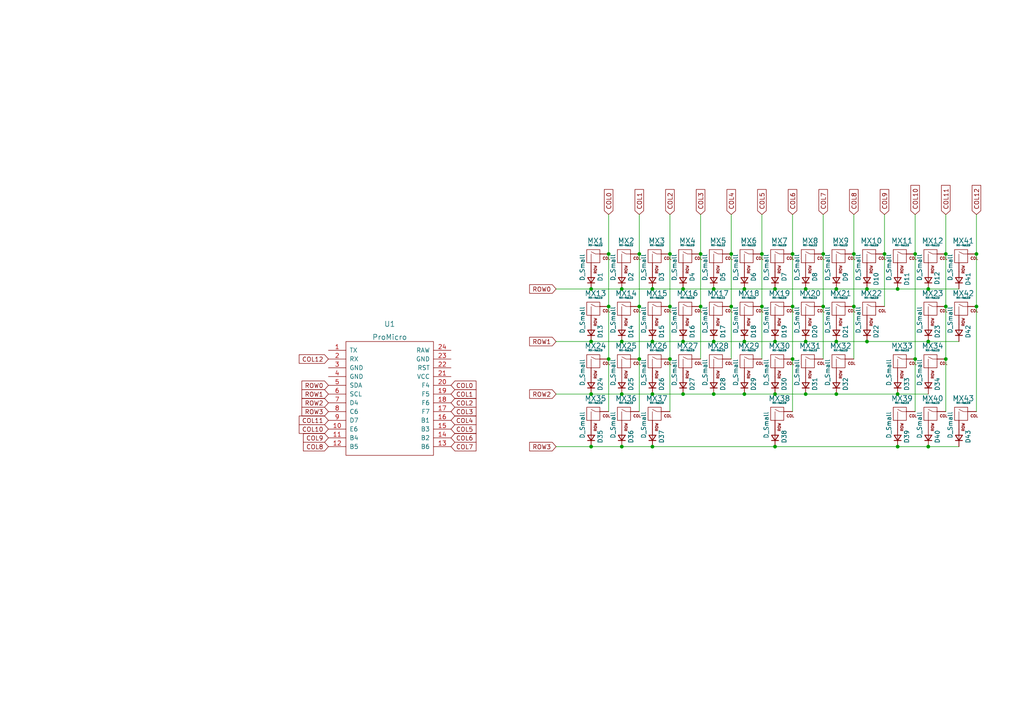
<source format=kicad_sch>
(kicad_sch (version 20211123) (generator eeschema)

  (uuid 0e8cc523-10ac-4e95-ae95-d6d5e2f8c6f1)

  (paper "A4")

  (lib_symbols
    (symbol "Device:D_Small" (pin_numbers hide) (pin_names (offset 0.254) hide) (in_bom yes) (on_board yes)
      (property "Reference" "D" (id 0) (at -1.27 2.032 0)
        (effects (font (size 1.27 1.27)) (justify left))
      )
      (property "Value" "D_Small" (id 1) (at -3.81 -2.032 0)
        (effects (font (size 1.27 1.27)) (justify left))
      )
      (property "Footprint" "" (id 2) (at 0 0 90)
        (effects (font (size 1.27 1.27)) hide)
      )
      (property "Datasheet" "~" (id 3) (at 0 0 90)
        (effects (font (size 1.27 1.27)) hide)
      )
      (property "ki_keywords" "diode" (id 4) (at 0 0 0)
        (effects (font (size 1.27 1.27)) hide)
      )
      (property "ki_description" "Diode, small symbol" (id 5) (at 0 0 0)
        (effects (font (size 1.27 1.27)) hide)
      )
      (property "ki_fp_filters" "TO-???* *_Diode_* *SingleDiode* D_*" (id 6) (at 0 0 0)
        (effects (font (size 1.27 1.27)) hide)
      )
      (symbol "D_Small_0_1"
        (polyline
          (pts
            (xy -0.762 -1.016)
            (xy -0.762 1.016)
          )
          (stroke (width 0.254) (type default) (color 0 0 0 0))
          (fill (type none))
        )
        (polyline
          (pts
            (xy -0.762 0)
            (xy 0.762 0)
          )
          (stroke (width 0) (type default) (color 0 0 0 0))
          (fill (type none))
        )
        (polyline
          (pts
            (xy 0.762 -1.016)
            (xy -0.762 0)
            (xy 0.762 1.016)
            (xy 0.762 -1.016)
          )
          (stroke (width 0.254) (type default) (color 0 0 0 0))
          (fill (type none))
        )
      )
      (symbol "D_Small_1_1"
        (pin passive line (at -2.54 0 0) (length 1.778)
          (name "K" (effects (font (size 1.27 1.27))))
          (number "1" (effects (font (size 1.27 1.27))))
        )
        (pin passive line (at 2.54 0 180) (length 1.778)
          (name "A" (effects (font (size 1.27 1.27))))
          (number "2" (effects (font (size 1.27 1.27))))
        )
      )
    )
    (symbol "MX_Alps_Hybrid:MX-NoLED" (pin_names (offset 1.016)) (in_bom yes) (on_board yes)
      (property "Reference" "MX" (id 0) (at -0.635 3.81 0)
        (effects (font (size 1.524 1.524)))
      )
      (property "Value" "MX-NoLED" (id 1) (at -0.635 1.27 0)
        (effects (font (size 0.508 0.508)))
      )
      (property "Footprint" "" (id 2) (at -15.875 -0.635 0)
        (effects (font (size 1.524 1.524)) hide)
      )
      (property "Datasheet" "" (id 3) (at -15.875 -0.635 0)
        (effects (font (size 1.524 1.524)) hide)
      )
      (symbol "MX-NoLED_0_0"
        (rectangle (start -2.54 2.54) (end 1.27 -1.27)
          (stroke (width 0) (type default) (color 0 0 0 0))
          (fill (type none))
        )
        (polyline
          (pts
            (xy -1.27 -1.27)
            (xy -1.27 1.27)
          )
          (stroke (width 0.127) (type default) (color 0 0 0 0))
          (fill (type none))
        )
        (polyline
          (pts
            (xy 1.27 1.27)
            (xy 0 1.27)
            (xy -1.27 1.905)
          )
          (stroke (width 0.127) (type default) (color 0 0 0 0))
          (fill (type none))
        )
        (text "COL" (at 3.175 0 0)
          (effects (font (size 0.762 0.762)))
        )
        (text "ROW" (at 0 -1.905 900)
          (effects (font (size 0.762 0.762)) (justify right))
        )
      )
      (symbol "MX-NoLED_1_1"
        (pin passive line (at 3.81 1.27 180) (length 2.54)
          (name "COL" (effects (font (size 0 0))))
          (number "1" (effects (font (size 0 0))))
        )
        (pin passive line (at -1.27 -3.81 90) (length 2.54)
          (name "ROW" (effects (font (size 0 0))))
          (number "2" (effects (font (size 0 0))))
        )
      )
    )
    (symbol "promicro:ProMicro" (pin_names (offset 1.016)) (in_bom yes) (on_board yes)
      (property "Reference" "U" (id 0) (at 0 24.13 0)
        (effects (font (size 1.524 1.524)))
      )
      (property "Value" "ProMicro" (id 1) (at 0 -13.97 0)
        (effects (font (size 1.524 1.524)))
      )
      (property "Footprint" "" (id 2) (at 2.54 -26.67 0)
        (effects (font (size 1.524 1.524)))
      )
      (property "Datasheet" "" (id 3) (at 2.54 -26.67 0)
        (effects (font (size 1.524 1.524)))
      )
      (symbol "ProMicro_0_1"
        (rectangle (start -12.7 21.59) (end 12.7 -11.43)
          (stroke (width 0) (type default) (color 0 0 0 0))
          (fill (type none))
        )
      )
      (symbol "ProMicro_1_1"
        (pin bidirectional line (at -17.78 19.05 0) (length 5.08)
          (name "TX" (effects (font (size 1.27 1.27))))
          (number "1" (effects (font (size 1.27 1.27))))
        )
        (pin bidirectional line (at -17.78 -3.81 0) (length 5.08)
          (name "E6" (effects (font (size 1.27 1.27))))
          (number "10" (effects (font (size 1.27 1.27))))
        )
        (pin bidirectional line (at -17.78 -6.35 0) (length 5.08)
          (name "B4" (effects (font (size 1.27 1.27))))
          (number "11" (effects (font (size 1.27 1.27))))
        )
        (pin bidirectional line (at -17.78 -8.89 0) (length 5.08)
          (name "B5" (effects (font (size 1.27 1.27))))
          (number "12" (effects (font (size 1.27 1.27))))
        )
        (pin bidirectional line (at 17.78 -8.89 180) (length 5.08)
          (name "B6" (effects (font (size 1.27 1.27))))
          (number "13" (effects (font (size 1.27 1.27))))
        )
        (pin bidirectional line (at 17.78 -6.35 180) (length 5.08)
          (name "B2" (effects (font (size 1.27 1.27))))
          (number "14" (effects (font (size 1.27 1.27))))
        )
        (pin bidirectional line (at 17.78 -3.81 180) (length 5.08)
          (name "B3" (effects (font (size 1.27 1.27))))
          (number "15" (effects (font (size 1.27 1.27))))
        )
        (pin bidirectional line (at 17.78 -1.27 180) (length 5.08)
          (name "B1" (effects (font (size 1.27 1.27))))
          (number "16" (effects (font (size 1.27 1.27))))
        )
        (pin bidirectional line (at 17.78 1.27 180) (length 5.08)
          (name "F7" (effects (font (size 1.27 1.27))))
          (number "17" (effects (font (size 1.27 1.27))))
        )
        (pin bidirectional line (at 17.78 3.81 180) (length 5.08)
          (name "F6" (effects (font (size 1.27 1.27))))
          (number "18" (effects (font (size 1.27 1.27))))
        )
        (pin bidirectional line (at 17.78 6.35 180) (length 5.08)
          (name "F5" (effects (font (size 1.27 1.27))))
          (number "19" (effects (font (size 1.27 1.27))))
        )
        (pin bidirectional line (at -17.78 16.51 0) (length 5.08)
          (name "RX" (effects (font (size 1.27 1.27))))
          (number "2" (effects (font (size 1.27 1.27))))
        )
        (pin bidirectional line (at 17.78 8.89 180) (length 5.08)
          (name "F4" (effects (font (size 1.27 1.27))))
          (number "20" (effects (font (size 1.27 1.27))))
        )
        (pin power_in line (at 17.78 11.43 180) (length 5.08)
          (name "VCC" (effects (font (size 1.27 1.27))))
          (number "21" (effects (font (size 1.27 1.27))))
        )
        (pin input line (at 17.78 13.97 180) (length 5.08)
          (name "RST" (effects (font (size 1.27 1.27))))
          (number "22" (effects (font (size 1.27 1.27))))
        )
        (pin power_in line (at 17.78 16.51 180) (length 5.08)
          (name "GND" (effects (font (size 1.27 1.27))))
          (number "23" (effects (font (size 1.27 1.27))))
        )
        (pin power_out line (at 17.78 19.05 180) (length 5.08)
          (name "RAW" (effects (font (size 1.27 1.27))))
          (number "24" (effects (font (size 1.27 1.27))))
        )
        (pin power_in line (at -17.78 13.97 0) (length 5.08)
          (name "GND" (effects (font (size 1.27 1.27))))
          (number "3" (effects (font (size 1.27 1.27))))
        )
        (pin power_in line (at -17.78 11.43 0) (length 5.08)
          (name "GND" (effects (font (size 1.27 1.27))))
          (number "4" (effects (font (size 1.27 1.27))))
        )
        (pin bidirectional line (at -17.78 8.89 0) (length 5.08)
          (name "SDA" (effects (font (size 1.27 1.27))))
          (number "5" (effects (font (size 1.27 1.27))))
        )
        (pin bidirectional line (at -17.78 6.35 0) (length 5.08)
          (name "SCL" (effects (font (size 1.27 1.27))))
          (number "6" (effects (font (size 1.27 1.27))))
        )
        (pin bidirectional line (at -17.78 3.81 0) (length 5.08)
          (name "D4" (effects (font (size 1.27 1.27))))
          (number "7" (effects (font (size 1.27 1.27))))
        )
        (pin bidirectional line (at -17.78 1.27 0) (length 5.08)
          (name "C6" (effects (font (size 1.27 1.27))))
          (number "8" (effects (font (size 1.27 1.27))))
        )
        (pin bidirectional line (at -17.78 -1.27 0) (length 5.08)
          (name "D7" (effects (font (size 1.27 1.27))))
          (number "9" (effects (font (size 1.27 1.27))))
        )
      )
    )
  )

  (junction (at 207.01 114.3) (diameter 0) (color 0 0 0 0)
    (uuid 008a0a71-f802-40ec-b1bc-1f5b49603889)
  )
  (junction (at 265.43 104.14) (diameter 0) (color 0 0 0 0)
    (uuid 03e461e7-6c81-4e9e-bf88-403499314f8d)
  )
  (junction (at 189.23 99.06) (diameter 0) (color 0 0 0 0)
    (uuid 0547afca-79d6-40ae-ae75-171f7ae33d76)
  )
  (junction (at 180.34 114.3) (diameter 0) (color 0 0 0 0)
    (uuid 07492d5a-e74f-4f59-9e55-fa9d51d4a97a)
  )
  (junction (at 212.09 73.66) (diameter 0) (color 0 0 0 0)
    (uuid 07e099d8-4ac6-4621-831e-79f30f535c6e)
  )
  (junction (at 283.21 73.66) (diameter 0) (color 0 0 0 0)
    (uuid 09673340-258a-449e-9c0e-b0a1fe5b3807)
  )
  (junction (at 189.23 129.54) (diameter 0) (color 0 0 0 0)
    (uuid 13849ea8-72db-476b-9877-43462f8c7af9)
  )
  (junction (at 224.79 99.06) (diameter 0) (color 0 0 0 0)
    (uuid 17ca5061-c75a-4dd7-822a-a5c530265a4c)
  )
  (junction (at 238.76 73.66) (diameter 0) (color 0 0 0 0)
    (uuid 19b446b4-10cd-4f74-9e07-f6c188c12cc3)
  )
  (junction (at 171.45 114.3) (diameter 0) (color 0 0 0 0)
    (uuid 239e9ab9-1b59-41c7-b40a-c34d75cf939b)
  )
  (junction (at 260.35 83.82) (diameter 0) (color 0 0 0 0)
    (uuid 25b8a9fd-a562-490d-bc64-b624957f0fa5)
  )
  (junction (at 171.45 99.06) (diameter 0) (color 0 0 0 0)
    (uuid 28e7dd56-206d-4135-af81-da872c87beb5)
  )
  (junction (at 242.57 114.3) (diameter 0) (color 0 0 0 0)
    (uuid 29e2ca22-9b6b-4865-9730-4e35b35a8bec)
  )
  (junction (at 274.32 88.9) (diameter 0) (color 0 0 0 0)
    (uuid 2dfd7944-e120-444d-8d47-1d249293ca05)
  )
  (junction (at 215.9 99.06) (diameter 0) (color 0 0 0 0)
    (uuid 3092f481-ee65-4e9f-98a6-7632460f45a7)
  )
  (junction (at 198.12 114.3) (diameter 0) (color 0 0 0 0)
    (uuid 316a707b-1c8c-4257-b7b4-6d4f0abe9865)
  )
  (junction (at 242.57 99.06) (diameter 0) (color 0 0 0 0)
    (uuid 31811c07-00e0-4b95-acb1-156b0df6d6b3)
  )
  (junction (at 185.42 104.14) (diameter 0) (color 0 0 0 0)
    (uuid 3b2ca0da-ddc5-421c-863e-a8c700c9b758)
  )
  (junction (at 189.23 83.82) (diameter 0) (color 0 0 0 0)
    (uuid 3d4826d4-6bf6-4168-a915-847b22ac804f)
  )
  (junction (at 176.53 88.9) (diameter 0) (color 0 0 0 0)
    (uuid 43f94602-6110-46d7-9160-e913a53e3673)
  )
  (junction (at 251.46 83.82) (diameter 0) (color 0 0 0 0)
    (uuid 442155e2-924f-4925-a3fd-d490fddc0bc0)
  )
  (junction (at 171.45 83.82) (diameter 0) (color 0 0 0 0)
    (uuid 4805d039-1cbd-4664-bd94-02abfa5bf733)
  )
  (junction (at 180.34 99.06) (diameter 0) (color 0 0 0 0)
    (uuid 58818f1a-64b8-45ab-9e1e-937a3685b1d4)
  )
  (junction (at 198.12 99.06) (diameter 0) (color 0 0 0 0)
    (uuid 5b886c63-f8b4-4e4f-bf32-6490561224dc)
  )
  (junction (at 180.34 129.54) (diameter 0) (color 0 0 0 0)
    (uuid 5dc43bbb-8e0e-4c98-a8a5-0ea9f1ef9d14)
  )
  (junction (at 207.01 83.82) (diameter 0) (color 0 0 0 0)
    (uuid 5f4fe8fc-d511-43c2-b476-5dfc32fb0a18)
  )
  (junction (at 283.21 88.9) (diameter 0) (color 0 0 0 0)
    (uuid 62162d78-ba7e-4d0d-9a22-81998cae24f3)
  )
  (junction (at 229.87 104.14) (diameter 0) (color 0 0 0 0)
    (uuid 694c4f37-6349-4a2c-ae96-5220494871e7)
  )
  (junction (at 224.79 129.54) (diameter 0) (color 0 0 0 0)
    (uuid 75cb8368-e4bd-439b-9bf3-b934f964b3fd)
  )
  (junction (at 171.45 129.54) (diameter 0) (color 0 0 0 0)
    (uuid 83686372-fe44-47d0-903e-b82c2f0c007d)
  )
  (junction (at 203.2 88.9) (diameter 0) (color 0 0 0 0)
    (uuid 8763fe13-e824-4d13-a731-56f7385bfb6c)
  )
  (junction (at 185.42 73.66) (diameter 0) (color 0 0 0 0)
    (uuid 8854692e-d130-475f-b84d-17ec0a7c07a2)
  )
  (junction (at 265.43 73.66) (diameter 0) (color 0 0 0 0)
    (uuid 88d56f7b-0438-45b9-a15c-d71c748d38f2)
  )
  (junction (at 224.79 83.82) (diameter 0) (color 0 0 0 0)
    (uuid 8c7576c1-b202-43b2-9e79-c47399b72e9e)
  )
  (junction (at 269.24 99.06) (diameter 0) (color 0 0 0 0)
    (uuid 8d9570e3-097c-4d49-8cbe-dd115f250a61)
  )
  (junction (at 215.9 83.82) (diameter 0) (color 0 0 0 0)
    (uuid 8e938204-ab59-408a-9900-d5afdd72ad90)
  )
  (junction (at 247.65 88.9) (diameter 0) (color 0 0 0 0)
    (uuid 8f91adb9-f7a4-4375-8f36-8add65180004)
  )
  (junction (at 185.42 88.9) (diameter 0) (color 0 0 0 0)
    (uuid 9159ccaa-f443-4f5b-86e4-9febb222134e)
  )
  (junction (at 189.23 114.3) (diameter 0) (color 0 0 0 0)
    (uuid 94664c22-f65a-4665-8cc7-5564d0bd7d2b)
  )
  (junction (at 229.87 73.66) (diameter 0) (color 0 0 0 0)
    (uuid 95876d12-d26e-48df-a03e-7b9a80f72534)
  )
  (junction (at 233.68 83.82) (diameter 0) (color 0 0 0 0)
    (uuid 962c49c8-b2db-426a-8301-846677143475)
  )
  (junction (at 260.35 129.54) (diameter 0) (color 0 0 0 0)
    (uuid 9ade8fa6-72b9-4260-8be4-5e501d77964e)
  )
  (junction (at 256.54 73.66) (diameter 0) (color 0 0 0 0)
    (uuid a106395a-3ffc-40ce-9cb8-57c1a3e5f9da)
  )
  (junction (at 176.53 73.66) (diameter 0) (color 0 0 0 0)
    (uuid a36159d4-8206-4702-8f65-f9baafb6608e)
  )
  (junction (at 269.24 129.54) (diameter 0) (color 0 0 0 0)
    (uuid a938f231-2a2e-4799-ace7-132ed2ff82e4)
  )
  (junction (at 215.9 114.3) (diameter 0) (color 0 0 0 0)
    (uuid ac0e02be-a8eb-4cd4-9b9e-2268ed089478)
  )
  (junction (at 233.68 114.3) (diameter 0) (color 0 0 0 0)
    (uuid ae0efa04-c1b1-4c87-9d7e-78c9f2393b6f)
  )
  (junction (at 194.31 104.14) (diameter 0) (color 0 0 0 0)
    (uuid b1d0bf9a-bd23-4d46-9e1f-811a17699ab9)
  )
  (junction (at 180.34 83.82) (diameter 0) (color 0 0 0 0)
    (uuid b2dfa4c8-8135-455d-b303-41e1131a723a)
  )
  (junction (at 207.01 99.06) (diameter 0) (color 0 0 0 0)
    (uuid b5421e33-0b88-462e-9e6e-e44c7367aeb5)
  )
  (junction (at 176.53 104.14) (diameter 0) (color 0 0 0 0)
    (uuid b6223d06-ed92-4685-ab4f-28d758bb05f5)
  )
  (junction (at 238.76 88.9) (diameter 0) (color 0 0 0 0)
    (uuid b97d44c7-0ad5-4c23-aa02-1e30607d2878)
  )
  (junction (at 203.2 73.66) (diameter 0) (color 0 0 0 0)
    (uuid b9d8a71a-741e-408f-ba41-57caa0adb223)
  )
  (junction (at 220.98 88.9) (diameter 0) (color 0 0 0 0)
    (uuid c07f09dc-eddb-4178-825d-3863d37945c6)
  )
  (junction (at 274.32 104.14) (diameter 0) (color 0 0 0 0)
    (uuid c4c6a165-c0eb-423f-ae31-402e58c5608f)
  )
  (junction (at 229.87 88.9) (diameter 0) (color 0 0 0 0)
    (uuid c899c061-9d16-43b1-b839-b28f7874283a)
  )
  (junction (at 194.31 88.9) (diameter 0) (color 0 0 0 0)
    (uuid d0c577d3-d6b1-43d6-9255-b1d7c884062c)
  )
  (junction (at 269.24 83.82) (diameter 0) (color 0 0 0 0)
    (uuid d1a326ca-01af-4486-8795-0fd161910f24)
  )
  (junction (at 212.09 88.9) (diameter 0) (color 0 0 0 0)
    (uuid d616ce49-0f99-48e6-a42e-31565b993d73)
  )
  (junction (at 242.57 83.82) (diameter 0) (color 0 0 0 0)
    (uuid d82851f8-8833-426b-a59c-12caec5a8cf9)
  )
  (junction (at 274.32 73.66) (diameter 0) (color 0 0 0 0)
    (uuid d838114f-5205-4489-aaad-55da17d9202a)
  )
  (junction (at 260.35 114.3) (diameter 0) (color 0 0 0 0)
    (uuid d9dc7130-0969-4536-aeb4-7f0fcb7ddf40)
  )
  (junction (at 247.65 73.66) (diameter 0) (color 0 0 0 0)
    (uuid df899e56-7251-4ebc-932f-025739d877b0)
  )
  (junction (at 198.12 83.82) (diameter 0) (color 0 0 0 0)
    (uuid eb799bce-4c53-4b72-9378-0f2283b2f9ea)
  )
  (junction (at 251.46 99.06) (diameter 0) (color 0 0 0 0)
    (uuid ed056e41-2d8f-435b-83e5-0d98dd7b782b)
  )
  (junction (at 194.31 73.66) (diameter 0) (color 0 0 0 0)
    (uuid eeb0bda6-dd3b-4e59-b983-1216f1474854)
  )
  (junction (at 220.98 73.66) (diameter 0) (color 0 0 0 0)
    (uuid ef539e14-1545-4c7e-9921-471f0e5a19ad)
  )
  (junction (at 224.79 114.3) (diameter 0) (color 0 0 0 0)
    (uuid f5542d29-370b-4792-b5b4-d2999ecc266f)
  )
  (junction (at 233.68 99.06) (diameter 0) (color 0 0 0 0)
    (uuid f59d9ba2-e339-4e79-8262-949eacbbf8d5)
  )

  (wire (pts (xy 242.57 99.06) (xy 251.46 99.06))
    (stroke (width 0) (type default) (color 0 0 0 0))
    (uuid 0d2eafb2-bfda-471e-900a-3bf3bf99be66)
  )
  (wire (pts (xy 274.32 104.14) (xy 274.32 119.38))
    (stroke (width 0) (type default) (color 0 0 0 0))
    (uuid 0dc9bef6-cfd2-4632-91ad-99c92db2282c)
  )
  (wire (pts (xy 265.43 104.14) (xy 265.43 119.38))
    (stroke (width 0) (type default) (color 0 0 0 0))
    (uuid 0f33ed01-132c-498c-858e-842f72a37ca5)
  )
  (wire (pts (xy 189.23 83.82) (xy 198.12 83.82))
    (stroke (width 0) (type default) (color 0 0 0 0))
    (uuid 149365fb-78df-4e99-8b23-9e093689ad4d)
  )
  (wire (pts (xy 242.57 83.82) (xy 251.46 83.82))
    (stroke (width 0) (type default) (color 0 0 0 0))
    (uuid 14dfc6e2-8d93-4f74-a9be-40dfb4bbee76)
  )
  (wire (pts (xy 176.53 73.66) (xy 176.53 88.9))
    (stroke (width 0) (type default) (color 0 0 0 0))
    (uuid 1cfa762b-7988-4eed-a268-a45a5b9b464d)
  )
  (wire (pts (xy 242.57 114.3) (xy 260.35 114.3))
    (stroke (width 0) (type default) (color 0 0 0 0))
    (uuid 201cd82f-62bc-4c90-b9ff-c1663a0383ad)
  )
  (wire (pts (xy 215.9 99.06) (xy 224.79 99.06))
    (stroke (width 0) (type default) (color 0 0 0 0))
    (uuid 22f6cdff-de2c-4bd1-8428-2a66a4343158)
  )
  (wire (pts (xy 283.21 73.66) (xy 283.21 88.9))
    (stroke (width 0) (type default) (color 0 0 0 0))
    (uuid 2a18b544-bed6-46b5-bd12-6ffb123692c6)
  )
  (wire (pts (xy 224.79 114.3) (xy 233.68 114.3))
    (stroke (width 0) (type default) (color 0 0 0 0))
    (uuid 2d09745f-99af-4081-8d9c-bc0157e23e97)
  )
  (wire (pts (xy 274.32 73.66) (xy 274.32 88.9))
    (stroke (width 0) (type default) (color 0 0 0 0))
    (uuid 30c895db-5c61-4c99-b2ea-409aa4dbe2c9)
  )
  (wire (pts (xy 194.31 88.9) (xy 194.31 104.14))
    (stroke (width 0) (type default) (color 0 0 0 0))
    (uuid 37f30afc-3810-4726-9e74-851a0a815727)
  )
  (wire (pts (xy 229.87 104.14) (xy 229.87 119.38))
    (stroke (width 0) (type default) (color 0 0 0 0))
    (uuid 381f9d4a-610a-4e87-a82b-fa522b50fc4b)
  )
  (wire (pts (xy 283.21 62.23) (xy 283.21 73.66))
    (stroke (width 0) (type default) (color 0 0 0 0))
    (uuid 3835c106-67ec-4ecf-8331-3dbdd889e194)
  )
  (wire (pts (xy 212.09 88.9) (xy 212.09 104.14))
    (stroke (width 0) (type default) (color 0 0 0 0))
    (uuid 385cf333-68f0-41e1-bc0b-4ab47b29705c)
  )
  (wire (pts (xy 207.01 83.82) (xy 215.9 83.82))
    (stroke (width 0) (type default) (color 0 0 0 0))
    (uuid 38f6eb19-963a-4ea9-bfea-71df89045aa7)
  )
  (wire (pts (xy 256.54 73.66) (xy 256.54 88.9))
    (stroke (width 0) (type default) (color 0 0 0 0))
    (uuid 3de46220-f83d-4138-83e8-55c340734511)
  )
  (wire (pts (xy 198.12 99.06) (xy 207.01 99.06))
    (stroke (width 0) (type default) (color 0 0 0 0))
    (uuid 412084b8-3014-4676-aa1a-07e44dc50b66)
  )
  (wire (pts (xy 220.98 62.23) (xy 220.98 73.66))
    (stroke (width 0) (type default) (color 0 0 0 0))
    (uuid 415357f4-a550-4d7c-9baa-b19915e349cf)
  )
  (wire (pts (xy 238.76 73.66) (xy 238.76 88.9))
    (stroke (width 0) (type default) (color 0 0 0 0))
    (uuid 42885f58-b06d-4051-a7ff-2e99636193dd)
  )
  (wire (pts (xy 194.31 62.23) (xy 194.31 73.66))
    (stroke (width 0) (type default) (color 0 0 0 0))
    (uuid 44e649ab-3de8-4f91-a7a6-6ebbff771f22)
  )
  (wire (pts (xy 260.35 83.82) (xy 269.24 83.82))
    (stroke (width 0) (type default) (color 0 0 0 0))
    (uuid 454d5797-9735-463b-a062-952694f617b2)
  )
  (wire (pts (xy 260.35 129.54) (xy 269.24 129.54))
    (stroke (width 0) (type default) (color 0 0 0 0))
    (uuid 48820c6f-afa3-4777-9faa-db5841b80f93)
  )
  (wire (pts (xy 203.2 88.9) (xy 203.2 104.14))
    (stroke (width 0) (type default) (color 0 0 0 0))
    (uuid 48b02d2e-a090-44cd-b459-40a62242f5b4)
  )
  (wire (pts (xy 229.87 62.23) (xy 229.87 73.66))
    (stroke (width 0) (type default) (color 0 0 0 0))
    (uuid 48c878bd-8562-4480-bc26-d3c54422bef5)
  )
  (wire (pts (xy 215.9 83.82) (xy 224.79 83.82))
    (stroke (width 0) (type default) (color 0 0 0 0))
    (uuid 4977537b-3b28-4cc9-9826-024d3d600ffa)
  )
  (wire (pts (xy 198.12 83.82) (xy 207.01 83.82))
    (stroke (width 0) (type default) (color 0 0 0 0))
    (uuid 49e27791-a759-454a-a572-262f83100575)
  )
  (wire (pts (xy 171.45 114.3) (xy 180.34 114.3))
    (stroke (width 0) (type default) (color 0 0 0 0))
    (uuid 4bb96d50-e0b7-4fe7-b458-088c04553f21)
  )
  (wire (pts (xy 176.53 62.23) (xy 176.53 73.66))
    (stroke (width 0) (type default) (color 0 0 0 0))
    (uuid 4bfcfd8a-e729-4b80-83f7-cd50b977972d)
  )
  (wire (pts (xy 269.24 99.06) (xy 278.13 99.06))
    (stroke (width 0) (type default) (color 0 0 0 0))
    (uuid 4fe908b5-fb4f-454c-8249-a660ecd0abaf)
  )
  (wire (pts (xy 215.9 114.3) (xy 224.79 114.3))
    (stroke (width 0) (type default) (color 0 0 0 0))
    (uuid 54e4dbfd-5a7c-4c52-b4d9-b63e10c9058f)
  )
  (wire (pts (xy 185.42 62.23) (xy 185.42 73.66))
    (stroke (width 0) (type default) (color 0 0 0 0))
    (uuid 5a4e22bf-d952-4446-a7ba-485b5d0038d1)
  )
  (wire (pts (xy 247.65 73.66) (xy 247.65 88.9))
    (stroke (width 0) (type default) (color 0 0 0 0))
    (uuid 5df575b2-7471-4c7c-a11c-0538e02d7b68)
  )
  (wire (pts (xy 171.45 129.54) (xy 180.34 129.54))
    (stroke (width 0) (type default) (color 0 0 0 0))
    (uuid 6044e210-9a33-44a1-84ed-5def40d3c5d5)
  )
  (wire (pts (xy 212.09 73.66) (xy 212.09 88.9))
    (stroke (width 0) (type default) (color 0 0 0 0))
    (uuid 61dc4960-ead3-4ad0-b4db-34850b644e1e)
  )
  (wire (pts (xy 229.87 88.9) (xy 229.87 104.14))
    (stroke (width 0) (type default) (color 0 0 0 0))
    (uuid 680d882d-7055-482f-93e8-392805d30cf3)
  )
  (wire (pts (xy 194.31 73.66) (xy 194.31 88.9))
    (stroke (width 0) (type default) (color 0 0 0 0))
    (uuid 6ad86d8b-c8f5-4aa0-8e42-00a9273b4bea)
  )
  (wire (pts (xy 247.65 62.23) (xy 247.65 73.66))
    (stroke (width 0) (type default) (color 0 0 0 0))
    (uuid 6fb28e69-6824-4566-9e6a-351047c741f3)
  )
  (wire (pts (xy 180.34 83.82) (xy 189.23 83.82))
    (stroke (width 0) (type default) (color 0 0 0 0))
    (uuid 7225fcb1-c8be-471e-a7dd-f6f46faebb33)
  )
  (wire (pts (xy 194.31 104.14) (xy 194.31 119.38))
    (stroke (width 0) (type default) (color 0 0 0 0))
    (uuid 729058cd-ea4d-428e-a850-df389c1ff0a3)
  )
  (wire (pts (xy 203.2 62.23) (xy 203.2 73.66))
    (stroke (width 0) (type default) (color 0 0 0 0))
    (uuid 75fe26d8-addd-44b5-8779-8eab620dc7b7)
  )
  (wire (pts (xy 220.98 73.66) (xy 220.98 88.9))
    (stroke (width 0) (type default) (color 0 0 0 0))
    (uuid 7b34a04b-e792-49d8-8b47-6e89b661acac)
  )
  (wire (pts (xy 180.34 114.3) (xy 189.23 114.3))
    (stroke (width 0) (type default) (color 0 0 0 0))
    (uuid 7d5e914c-7a92-4bc0-863e-b8d6ab9eda77)
  )
  (wire (pts (xy 233.68 83.82) (xy 242.57 83.82))
    (stroke (width 0) (type default) (color 0 0 0 0))
    (uuid 836fe1e2-82fb-4dba-98be-f0f358652d6f)
  )
  (wire (pts (xy 233.68 114.3) (xy 242.57 114.3))
    (stroke (width 0) (type default) (color 0 0 0 0))
    (uuid 83a54d34-86e8-48ba-9ba7-a14a273f035e)
  )
  (wire (pts (xy 203.2 73.66) (xy 203.2 88.9))
    (stroke (width 0) (type default) (color 0 0 0 0))
    (uuid 864d60f0-eb5b-4cdd-92c8-ab8d021293ce)
  )
  (wire (pts (xy 171.45 83.82) (xy 180.34 83.82))
    (stroke (width 0) (type default) (color 0 0 0 0))
    (uuid 87068617-d762-4459-bbc3-303d15310bb4)
  )
  (wire (pts (xy 220.98 88.9) (xy 220.98 104.14))
    (stroke (width 0) (type default) (color 0 0 0 0))
    (uuid 888e30d5-834d-453b-8273-67f72ea8aa96)
  )
  (wire (pts (xy 224.79 99.06) (xy 233.68 99.06))
    (stroke (width 0) (type default) (color 0 0 0 0))
    (uuid 8bd27aac-d6a8-42f3-bf29-cd5e27012eb7)
  )
  (wire (pts (xy 251.46 83.82) (xy 260.35 83.82))
    (stroke (width 0) (type default) (color 0 0 0 0))
    (uuid 95eb0187-01c3-418a-b037-a3f396c579ef)
  )
  (wire (pts (xy 274.32 62.23) (xy 274.32 73.66))
    (stroke (width 0) (type default) (color 0 0 0 0))
    (uuid 99e6ba1e-4ab8-4534-97c7-6cfa91391a23)
  )
  (wire (pts (xy 189.23 114.3) (xy 198.12 114.3))
    (stroke (width 0) (type default) (color 0 0 0 0))
    (uuid 9cc5e245-38f8-4670-8f32-06ae2caecac8)
  )
  (wire (pts (xy 247.65 88.9) (xy 247.65 104.14))
    (stroke (width 0) (type default) (color 0 0 0 0))
    (uuid a1ace258-4f6f-4a16-868a-4c8a3727f366)
  )
  (wire (pts (xy 185.42 73.66) (xy 185.42 88.9))
    (stroke (width 0) (type default) (color 0 0 0 0))
    (uuid a2304f00-05d7-4260-8c55-f692f44fc29b)
  )
  (wire (pts (xy 283.21 88.9) (xy 283.21 119.38))
    (stroke (width 0) (type default) (color 0 0 0 0))
    (uuid a306c4eb-8288-428d-9f31-f1d4e3fe1740)
  )
  (wire (pts (xy 212.09 62.23) (xy 212.09 73.66))
    (stroke (width 0) (type default) (color 0 0 0 0))
    (uuid a730d820-b1ec-429b-a1ea-5719520fc927)
  )
  (wire (pts (xy 176.53 104.14) (xy 176.53 119.38))
    (stroke (width 0) (type default) (color 0 0 0 0))
    (uuid ac879d1f-5f28-4c8b-b0bc-a59c43a1f211)
  )
  (wire (pts (xy 265.43 73.66) (xy 265.43 104.14))
    (stroke (width 0) (type default) (color 0 0 0 0))
    (uuid adb881ef-6e12-4055-b8c4-e00d2b06347b)
  )
  (wire (pts (xy 189.23 129.54) (xy 224.79 129.54))
    (stroke (width 0) (type default) (color 0 0 0 0))
    (uuid b13e7581-b732-411e-b9f4-02f0584cda87)
  )
  (wire (pts (xy 189.23 99.06) (xy 198.12 99.06))
    (stroke (width 0) (type default) (color 0 0 0 0))
    (uuid bef54ffa-0a6a-48f9-b864-6f0a332b1663)
  )
  (wire (pts (xy 161.29 114.3) (xy 171.45 114.3))
    (stroke (width 0) (type default) (color 0 0 0 0))
    (uuid c1faf6b2-2eea-4241-9786-7709f38afe56)
  )
  (wire (pts (xy 265.43 62.23) (xy 265.43 73.66))
    (stroke (width 0) (type default) (color 0 0 0 0))
    (uuid c356ee5f-b87e-4ae8-a405-86096398e5a7)
  )
  (wire (pts (xy 185.42 104.14) (xy 185.42 119.38))
    (stroke (width 0) (type default) (color 0 0 0 0))
    (uuid c5140bf1-3746-4763-8a44-7cae452150ca)
  )
  (wire (pts (xy 224.79 129.54) (xy 260.35 129.54))
    (stroke (width 0) (type default) (color 0 0 0 0))
    (uuid c61bb219-4870-43db-b1f4-4a439257facb)
  )
  (wire (pts (xy 176.53 88.9) (xy 176.53 104.14))
    (stroke (width 0) (type default) (color 0 0 0 0))
    (uuid c6b82255-dbb3-4243-8a36-6ea23f9bf341)
  )
  (wire (pts (xy 198.12 114.3) (xy 207.01 114.3))
    (stroke (width 0) (type default) (color 0 0 0 0))
    (uuid c9242b97-e2b3-4aa4-a26f-c675a42d441e)
  )
  (wire (pts (xy 180.34 99.06) (xy 189.23 99.06))
    (stroke (width 0) (type default) (color 0 0 0 0))
    (uuid c9d32a0b-ea66-4154-b644-c9a862bdc897)
  )
  (wire (pts (xy 274.32 88.9) (xy 274.32 104.14))
    (stroke (width 0) (type default) (color 0 0 0 0))
    (uuid ca4ea8f2-61f4-4805-87b5-f6bd783729a9)
  )
  (wire (pts (xy 180.34 129.54) (xy 189.23 129.54))
    (stroke (width 0) (type default) (color 0 0 0 0))
    (uuid ce5188e1-a114-43be-958b-bb35636fe747)
  )
  (wire (pts (xy 238.76 62.23) (xy 238.76 73.66))
    (stroke (width 0) (type default) (color 0 0 0 0))
    (uuid ce836b56-75e4-4ec4-94bc-219034a885b5)
  )
  (wire (pts (xy 185.42 88.9) (xy 185.42 104.14))
    (stroke (width 0) (type default) (color 0 0 0 0))
    (uuid d03d451f-e7e1-47c4-bdb8-6269964b31a6)
  )
  (wire (pts (xy 260.35 114.3) (xy 269.24 114.3))
    (stroke (width 0) (type default) (color 0 0 0 0))
    (uuid d125bd5e-9cd6-499c-887e-20d167969f8f)
  )
  (wire (pts (xy 269.24 83.82) (xy 278.13 83.82))
    (stroke (width 0) (type default) (color 0 0 0 0))
    (uuid d12c25ab-3508-4a13-aefe-93d0319c8591)
  )
  (wire (pts (xy 251.46 99.06) (xy 269.24 99.06))
    (stroke (width 0) (type default) (color 0 0 0 0))
    (uuid d7074349-89e1-4c16-8fa6-cfed3249d3fb)
  )
  (wire (pts (xy 256.54 62.23) (xy 256.54 73.66))
    (stroke (width 0) (type default) (color 0 0 0 0))
    (uuid d996ebcd-9200-44f3-bbf7-5179c9b59f64)
  )
  (wire (pts (xy 171.45 99.06) (xy 180.34 99.06))
    (stroke (width 0) (type default) (color 0 0 0 0))
    (uuid ddd5ae16-6bd6-4c8f-baac-6c95dbe535cf)
  )
  (wire (pts (xy 233.68 99.06) (xy 242.57 99.06))
    (stroke (width 0) (type default) (color 0 0 0 0))
    (uuid def7518d-180a-4126-92d1-fb4be41b803e)
  )
  (wire (pts (xy 224.79 83.82) (xy 233.68 83.82))
    (stroke (width 0) (type default) (color 0 0 0 0))
    (uuid deff9a77-8e6f-4429-90b6-3e99759fa822)
  )
  (wire (pts (xy 238.76 88.9) (xy 238.76 104.14))
    (stroke (width 0) (type default) (color 0 0 0 0))
    (uuid e52eddd9-bece-42c8-998d-0ddcd9f141ba)
  )
  (wire (pts (xy 207.01 114.3) (xy 215.9 114.3))
    (stroke (width 0) (type default) (color 0 0 0 0))
    (uuid ea072dab-12f2-4023-b929-004331481208)
  )
  (wire (pts (xy 269.24 129.54) (xy 278.13 129.54))
    (stroke (width 0) (type default) (color 0 0 0 0))
    (uuid ed7fb115-57a0-4f35-9799-4d2084c0a983)
  )
  (wire (pts (xy 161.29 83.82) (xy 171.45 83.82))
    (stroke (width 0) (type default) (color 0 0 0 0))
    (uuid ed95c7ac-34d6-48b6-9fd9-616047f12b53)
  )
  (wire (pts (xy 207.01 99.06) (xy 215.9 99.06))
    (stroke (width 0) (type default) (color 0 0 0 0))
    (uuid f4ca0cd7-9495-4476-b353-d83d120f259e)
  )
  (wire (pts (xy 161.29 99.06) (xy 171.45 99.06))
    (stroke (width 0) (type default) (color 0 0 0 0))
    (uuid f9163423-149a-4f72-8b0d-216abd13e8b3)
  )
  (wire (pts (xy 161.29 129.54) (xy 171.45 129.54))
    (stroke (width 0) (type default) (color 0 0 0 0))
    (uuid f9bf206c-b88c-41e9-8320-39c1c5388aa0)
  )
  (wire (pts (xy 229.87 73.66) (xy 229.87 88.9))
    (stroke (width 0) (type default) (color 0 0 0 0))
    (uuid fddde872-49de-4047-9900-aeedd8d7e554)
  )

  (global_label "ROW2" (shape input) (at 161.29 114.3 180) (fields_autoplaced)
    (effects (font (size 1.27 1.27)) (justify right))
    (uuid 03a31bd5-5c77-4f4c-adc8-8aaa5588ccd4)
    (property "Intersheet References" "${INTERSHEET_REFS}" (id 0) (at 153.6155 114.2206 0)
      (effects (font (size 1.27 1.27)) (justify right) hide)
    )
  )
  (global_label "COL11" (shape input) (at 274.32 62.23 90) (fields_autoplaced)
    (effects (font (size 1.27 1.27)) (justify left))
    (uuid 0bb9d560-f5ad-449b-bdfe-909242d26a0d)
    (property "Intersheet References" "${INTERSHEET_REFS}" (id 0) (at 274.2406 53.7693 90)
      (effects (font (size 1.27 1.27)) (justify left) hide)
    )
  )
  (global_label "COL8" (shape input) (at 247.65 62.23 90) (fields_autoplaced)
    (effects (font (size 1.27 1.27)) (justify left))
    (uuid 176aac9e-0717-49e5-8d1a-cdd22e66e68a)
    (property "Intersheet References" "${INTERSHEET_REFS}" (id 0) (at 247.5706 54.9788 90)
      (effects (font (size 1.27 1.27)) (justify left) hide)
    )
  )
  (global_label "ROW1" (shape input) (at 161.29 99.06 180) (fields_autoplaced)
    (effects (font (size 1.27 1.27)) (justify right))
    (uuid 2344d998-76ac-47c9-ac7c-754489d6d151)
    (property "Intersheet References" "${INTERSHEET_REFS}" (id 0) (at 153.6155 98.9806 0)
      (effects (font (size 1.27 1.27)) (justify right) hide)
    )
  )
  (global_label "ROW1" (shape input) (at 95.25 114.3 180) (fields_autoplaced)
    (effects (font (size 1.27 1.27)) (justify right))
    (uuid 27c1e9ab-06ee-47ca-a201-2f5b50331cd8)
    (property "Intersheet References" "${INTERSHEET_REFS}" (id 0) (at 87.5755 114.2206 0)
      (effects (font (size 1.27 1.27)) (justify right) hide)
    )
  )
  (global_label "COL0" (shape input) (at 130.81 111.76 0) (fields_autoplaced)
    (effects (font (size 1.27 1.27)) (justify left))
    (uuid 3a9a334d-56c4-4338-a1a8-9cdba28e0669)
    (property "Intersheet References" "${INTERSHEET_REFS}" (id 0) (at 138.0612 111.6806 0)
      (effects (font (size 1.27 1.27)) (justify left) hide)
    )
  )
  (global_label "COL7" (shape input) (at 238.76 62.23 90) (fields_autoplaced)
    (effects (font (size 1.27 1.27)) (justify left))
    (uuid 3bfafcf7-7818-405b-902d-8497885346b3)
    (property "Intersheet References" "${INTERSHEET_REFS}" (id 0) (at 238.6806 54.9788 90)
      (effects (font (size 1.27 1.27)) (justify left) hide)
    )
  )
  (global_label "COL0" (shape input) (at 176.53 62.23 90) (fields_autoplaced)
    (effects (font (size 1.27 1.27)) (justify left))
    (uuid 4900eae5-df3c-4cbe-bfc0-0922991d24c9)
    (property "Intersheet References" "${INTERSHEET_REFS}" (id 0) (at 176.4506 54.9788 90)
      (effects (font (size 1.27 1.27)) (justify left) hide)
    )
  )
  (global_label "COL2" (shape input) (at 194.31 62.23 90) (fields_autoplaced)
    (effects (font (size 1.27 1.27)) (justify left))
    (uuid 4ad214e3-9d7b-4286-b509-cf79637ab79a)
    (property "Intersheet References" "${INTERSHEET_REFS}" (id 0) (at 194.2306 54.9788 90)
      (effects (font (size 1.27 1.27)) (justify left) hide)
    )
  )
  (global_label "COL4" (shape input) (at 212.09 62.23 90) (fields_autoplaced)
    (effects (font (size 1.27 1.27)) (justify left))
    (uuid 5c511473-579a-497e-ae45-7587a3f77dc0)
    (property "Intersheet References" "${INTERSHEET_REFS}" (id 0) (at 212.0106 54.9788 90)
      (effects (font (size 1.27 1.27)) (justify left) hide)
    )
  )
  (global_label "COL11" (shape input) (at 95.25 121.92 180) (fields_autoplaced)
    (effects (font (size 1.27 1.27)) (justify right))
    (uuid 5f92792e-ee33-43a1-99db-6ea6b7bf8342)
    (property "Intersheet References" "${INTERSHEET_REFS}" (id 0) (at 86.7893 121.9994 0)
      (effects (font (size 1.27 1.27)) (justify right) hide)
    )
  )
  (global_label "COL3" (shape input) (at 203.2 62.23 90) (fields_autoplaced)
    (effects (font (size 1.27 1.27)) (justify left))
    (uuid 60f19585-ca29-4345-a1f6-a4ac04af339b)
    (property "Intersheet References" "${INTERSHEET_REFS}" (id 0) (at 203.1206 54.9788 90)
      (effects (font (size 1.27 1.27)) (justify left) hide)
    )
  )
  (global_label "COL10" (shape input) (at 265.43 62.23 90) (fields_autoplaced)
    (effects (font (size 1.27 1.27)) (justify left))
    (uuid 76569412-ef5a-4e3d-924f-d6955222270c)
    (property "Intersheet References" "${INTERSHEET_REFS}" (id 0) (at 265.3506 53.7693 90)
      (effects (font (size 1.27 1.27)) (justify left) hide)
    )
  )
  (global_label "ROW3" (shape input) (at 95.25 119.38 180) (fields_autoplaced)
    (effects (font (size 1.27 1.27)) (justify right))
    (uuid 7d49bb5e-0061-4114-b748-fd10352233ed)
    (property "Intersheet References" "${INTERSHEET_REFS}" (id 0) (at 87.5755 119.3006 0)
      (effects (font (size 1.27 1.27)) (justify right) hide)
    )
  )
  (global_label "COL4" (shape input) (at 130.81 121.92 0) (fields_autoplaced)
    (effects (font (size 1.27 1.27)) (justify left))
    (uuid 7ec00908-d102-44c7-9935-48f6dd219dff)
    (property "Intersheet References" "${INTERSHEET_REFS}" (id 0) (at 138.0612 121.8406 0)
      (effects (font (size 1.27 1.27)) (justify left) hide)
    )
  )
  (global_label "COL5" (shape input) (at 130.81 124.46 0) (fields_autoplaced)
    (effects (font (size 1.27 1.27)) (justify left))
    (uuid 81ab7ba9-c8f7-49ef-ba71-bf96eac94262)
    (property "Intersheet References" "${INTERSHEET_REFS}" (id 0) (at 138.0612 124.3806 0)
      (effects (font (size 1.27 1.27)) (justify left) hide)
    )
  )
  (global_label "COL9" (shape input) (at 95.25 127 180) (fields_autoplaced)
    (effects (font (size 1.27 1.27)) (justify right))
    (uuid 837ccc5e-d8c7-41f6-b5f5-1a74a7c16ed5)
    (property "Intersheet References" "${INTERSHEET_REFS}" (id 0) (at 87.9988 127.0794 0)
      (effects (font (size 1.27 1.27)) (justify right) hide)
    )
  )
  (global_label "ROW3" (shape input) (at 161.29 129.54 180) (fields_autoplaced)
    (effects (font (size 1.27 1.27)) (justify right))
    (uuid 880504dd-233b-4367-966d-250b283f8cd7)
    (property "Intersheet References" "${INTERSHEET_REFS}" (id 0) (at 153.6155 129.4606 0)
      (effects (font (size 1.27 1.27)) (justify right) hide)
    )
  )
  (global_label "COL7" (shape input) (at 130.81 129.54 0) (fields_autoplaced)
    (effects (font (size 1.27 1.27)) (justify left))
    (uuid 9029f9c2-aaf8-454a-8984-63aa8e67e17a)
    (property "Intersheet References" "${INTERSHEET_REFS}" (id 0) (at 138.0612 129.4606 0)
      (effects (font (size 1.27 1.27)) (justify left) hide)
    )
  )
  (global_label "COL2" (shape input) (at 130.81 116.84 0) (fields_autoplaced)
    (effects (font (size 1.27 1.27)) (justify left))
    (uuid 94348cc6-598b-4254-a3d9-cfb9cb25e1f3)
    (property "Intersheet References" "${INTERSHEET_REFS}" (id 0) (at 138.0612 116.7606 0)
      (effects (font (size 1.27 1.27)) (justify left) hide)
    )
  )
  (global_label "COL1" (shape input) (at 185.42 62.23 90) (fields_autoplaced)
    (effects (font (size 1.27 1.27)) (justify left))
    (uuid 99c8d9b8-013e-4d9d-80ed-e7d00a437d94)
    (property "Intersheet References" "${INTERSHEET_REFS}" (id 0) (at 185.3406 54.9788 90)
      (effects (font (size 1.27 1.27)) (justify left) hide)
    )
  )
  (global_label "COL6" (shape input) (at 229.87 62.23 90) (fields_autoplaced)
    (effects (font (size 1.27 1.27)) (justify left))
    (uuid a0a5e307-e62f-4bc9-83ff-510e8663e7b9)
    (property "Intersheet References" "${INTERSHEET_REFS}" (id 0) (at 229.7906 54.9788 90)
      (effects (font (size 1.27 1.27)) (justify left) hide)
    )
  )
  (global_label "COL12" (shape input) (at 95.25 104.14 180) (fields_autoplaced)
    (effects (font (size 1.27 1.27)) (justify right))
    (uuid c4305edd-9216-4b29-9668-7e7a3433ea99)
    (property "Intersheet References" "${INTERSHEET_REFS}" (id 0) (at 86.7893 104.0606 0)
      (effects (font (size 1.27 1.27)) (justify right) hide)
    )
  )
  (global_label "COL9" (shape input) (at 256.54 62.23 90) (fields_autoplaced)
    (effects (font (size 1.27 1.27)) (justify left))
    (uuid c716000b-3234-46a7-940a-10da799258fe)
    (property "Intersheet References" "${INTERSHEET_REFS}" (id 0) (at 256.4606 54.9788 90)
      (effects (font (size 1.27 1.27)) (justify left) hide)
    )
  )
  (global_label "COL1" (shape input) (at 130.81 114.3 0) (fields_autoplaced)
    (effects (font (size 1.27 1.27)) (justify left))
    (uuid c720f8cf-5012-4316-8c00-2272ee8224f2)
    (property "Intersheet References" "${INTERSHEET_REFS}" (id 0) (at 138.0612 114.2206 0)
      (effects (font (size 1.27 1.27)) (justify left) hide)
    )
  )
  (global_label "COL12" (shape input) (at 283.21 62.23 90) (fields_autoplaced)
    (effects (font (size 1.27 1.27)) (justify left))
    (uuid cd30d4d4-1c47-40cd-9817-03093dd79270)
    (property "Intersheet References" "${INTERSHEET_REFS}" (id 0) (at 283.1306 53.7693 90)
      (effects (font (size 1.27 1.27)) (justify left) hide)
    )
  )
  (global_label "COL6" (shape input) (at 130.81 127 0) (fields_autoplaced)
    (effects (font (size 1.27 1.27)) (justify left))
    (uuid d07ff20b-abeb-4201-8e2e-76bed8c22b18)
    (property "Intersheet References" "${INTERSHEET_REFS}" (id 0) (at 138.0612 126.9206 0)
      (effects (font (size 1.27 1.27)) (justify left) hide)
    )
  )
  (global_label "ROW0" (shape input) (at 161.29 83.82 180) (fields_autoplaced)
    (effects (font (size 1.27 1.27)) (justify right))
    (uuid d393ac31-fa15-43ce-82c2-23015ab8dea0)
    (property "Intersheet References" "${INTERSHEET_REFS}" (id 0) (at 153.6155 83.7406 0)
      (effects (font (size 1.27 1.27)) (justify right) hide)
    )
  )
  (global_label "ROW2" (shape input) (at 95.25 116.84 180) (fields_autoplaced)
    (effects (font (size 1.27 1.27)) (justify right))
    (uuid d9c92538-ecc2-446c-a902-e1f54688206a)
    (property "Intersheet References" "${INTERSHEET_REFS}" (id 0) (at 87.5755 116.7606 0)
      (effects (font (size 1.27 1.27)) (justify right) hide)
    )
  )
  (global_label "COL10" (shape input) (at 95.25 124.46 180) (fields_autoplaced)
    (effects (font (size 1.27 1.27)) (justify right))
    (uuid dbc1f1d3-3bcd-487b-843a-a5144015fc8d)
    (property "Intersheet References" "${INTERSHEET_REFS}" (id 0) (at 86.7893 124.5394 0)
      (effects (font (size 1.27 1.27)) (justify right) hide)
    )
  )
  (global_label "ROW0" (shape input) (at 95.25 111.76 180) (fields_autoplaced)
    (effects (font (size 1.27 1.27)) (justify right))
    (uuid e2e2e5ec-ca2c-4bd5-b958-a72c26e6177f)
    (property "Intersheet References" "${INTERSHEET_REFS}" (id 0) (at 87.5755 111.6806 0)
      (effects (font (size 1.27 1.27)) (justify right) hide)
    )
  )
  (global_label "COL5" (shape input) (at 220.98 62.23 90) (fields_autoplaced)
    (effects (font (size 1.27 1.27)) (justify left))
    (uuid e697ffbd-8c61-484e-b718-676962f56a14)
    (property "Intersheet References" "${INTERSHEET_REFS}" (id 0) (at 220.9006 54.9788 90)
      (effects (font (size 1.27 1.27)) (justify left) hide)
    )
  )
  (global_label "COL3" (shape input) (at 130.81 119.38 0) (fields_autoplaced)
    (effects (font (size 1.27 1.27)) (justify left))
    (uuid ea9d1106-15fc-436f-847c-dd64be54992c)
    (property "Intersheet References" "${INTERSHEET_REFS}" (id 0) (at 138.0612 119.3006 0)
      (effects (font (size 1.27 1.27)) (justify left) hide)
    )
  )
  (global_label "COL8" (shape input) (at 95.25 129.54 180) (fields_autoplaced)
    (effects (font (size 1.27 1.27)) (justify right))
    (uuid fd99b659-1376-4196-bc66-3aebaeea4b3c)
    (property "Intersheet References" "${INTERSHEET_REFS}" (id 0) (at 87.9988 129.6194 0)
      (effects (font (size 1.27 1.27)) (justify right) hide)
    )
  )

  (symbol (lib_id "MX_Alps_Hybrid:MX-NoLED") (at 261.62 105.41 0) (unit 1)
    (in_bom yes) (on_board yes)
    (uuid 03ef80df-99b6-4532-97db-6a3495e18bdb)
    (property "Reference" "MX33" (id 0) (at 261.62 100.33 0)
      (effects (font (size 1.524 1.524)))
    )
    (property "Value" "MX-NoLED" (id 1) (at 261.62 101.6 0)
      (effects (font (size 0.508 0.508)))
    )
    (property "Footprint" "MX_Only:MXOnly-1.25U-Hotswap" (id 2) (at 245.745 106.045 0)
      (effects (font (size 1.524 1.524)) hide)
    )
    (property "Datasheet" "" (id 3) (at 245.745 106.045 0)
      (effects (font (size 1.524 1.524)) hide)
    )
    (pin "1" (uuid e0838d9f-6460-4137-a37b-da6accaaa6d8))
    (pin "2" (uuid c6cda7b2-7a6a-4120-96e3-d00a92c1e12c))
  )

  (symbol (lib_id "Device:D_Small") (at 198.12 96.52 90) (unit 1)
    (in_bom yes) (on_board yes)
    (uuid 0589817d-7827-432e-9929-68fcdf4907e3)
    (property "Reference" "D16" (id 0) (at 200.7718 94.207 0)
      (effects (font (size 1.27 1.27)) (justify right))
    )
    (property "Value" "D_Small" (id 1) (at 195.58 88.9 0)
      (effects (font (size 1.27 1.27)) (justify right))
    )
    (property "Footprint" "Diode_THT:D_DO-41_SOD81_P10.16mm_Horizontal" (id 2) (at 198.12 96.52 90)
      (effects (font (size 1.27 1.27)) hide)
    )
    (property "Datasheet" "~" (id 3) (at 198.12 96.52 90)
      (effects (font (size 1.27 1.27)) hide)
    )
    (pin "1" (uuid cf0555b9-511f-499d-8d17-9f4f480e4228))
    (pin "2" (uuid fd0d1fc6-9a49-4491-881f-dbc91c40411f))
  )

  (symbol (lib_id "Device:D_Small") (at 278.13 81.28 90) (unit 1)
    (in_bom yes) (on_board yes)
    (uuid 0722837c-02d0-4e60-88ea-7f2f33694c3e)
    (property "Reference" "D41" (id 0) (at 280.7818 78.967 0)
      (effects (font (size 1.27 1.27)) (justify right))
    )
    (property "Value" "D_Small" (id 1) (at 275.59 73.66 0)
      (effects (font (size 1.27 1.27)) (justify right))
    )
    (property "Footprint" "Diode_THT:D_DO-41_SOD81_P10.16mm_Horizontal" (id 2) (at 278.13 81.28 90)
      (effects (font (size 1.27 1.27)) hide)
    )
    (property "Datasheet" "~" (id 3) (at 278.13 81.28 90)
      (effects (font (size 1.27 1.27)) hide)
    )
    (pin "1" (uuid 7ff93e89-b8a6-4074-ad7a-6063780a2e57))
    (pin "2" (uuid 29209c95-a4b5-409d-8a99-0aa9c325efa2))
  )

  (symbol (lib_id "Device:D_Small") (at 207.01 96.52 90) (unit 1)
    (in_bom yes) (on_board yes)
    (uuid 0a8b3780-3a51-45b9-9e35-0059ff73f06f)
    (property "Reference" "D17" (id 0) (at 209.6618 94.207 0)
      (effects (font (size 1.27 1.27)) (justify right))
    )
    (property "Value" "D_Small" (id 1) (at 204.47 88.9 0)
      (effects (font (size 1.27 1.27)) (justify right))
    )
    (property "Footprint" "Diode_THT:D_DO-41_SOD81_P10.16mm_Horizontal" (id 2) (at 207.01 96.52 90)
      (effects (font (size 1.27 1.27)) hide)
    )
    (property "Datasheet" "~" (id 3) (at 207.01 96.52 90)
      (effects (font (size 1.27 1.27)) hide)
    )
    (pin "1" (uuid c1477b6c-0842-43cc-83e5-9d0de7aa59fe))
    (pin "2" (uuid 7ddb69e8-adbb-4ecb-a081-2a6b1d0dbd5c))
  )

  (symbol (lib_id "Device:D_Small") (at 251.46 81.28 90) (unit 1)
    (in_bom yes) (on_board yes)
    (uuid 0f3debad-66cd-4bb4-b052-29302a04711c)
    (property "Reference" "D10" (id 0) (at 254.1118 78.967 0)
      (effects (font (size 1.27 1.27)) (justify right))
    )
    (property "Value" "D_Small" (id 1) (at 248.92 73.66 0)
      (effects (font (size 1.27 1.27)) (justify right))
    )
    (property "Footprint" "Diode_THT:D_DO-41_SOD81_P10.16mm_Horizontal" (id 2) (at 251.46 81.28 90)
      (effects (font (size 1.27 1.27)) hide)
    )
    (property "Datasheet" "~" (id 3) (at 251.46 81.28 90)
      (effects (font (size 1.27 1.27)) hide)
    )
    (pin "1" (uuid 29afe885-5288-481f-b569-c8f9d3ab9b5d))
    (pin "2" (uuid c799bdc1-9b92-44c7-9bbd-70a23283540f))
  )

  (symbol (lib_id "Device:D_Small") (at 233.68 96.52 90) (unit 1)
    (in_bom yes) (on_board yes)
    (uuid 11397aac-77ac-4483-86e9-93aa9e2b48d1)
    (property "Reference" "D20" (id 0) (at 236.3318 94.207 0)
      (effects (font (size 1.27 1.27)) (justify right))
    )
    (property "Value" "D_Small" (id 1) (at 231.14 88.9 0)
      (effects (font (size 1.27 1.27)) (justify right))
    )
    (property "Footprint" "Diode_THT:D_DO-41_SOD81_P10.16mm_Horizontal" (id 2) (at 233.68 96.52 90)
      (effects (font (size 1.27 1.27)) hide)
    )
    (property "Datasheet" "~" (id 3) (at 233.68 96.52 90)
      (effects (font (size 1.27 1.27)) hide)
    )
    (pin "1" (uuid 63397be8-7cb3-4c9b-8bc5-7d060b31cc46))
    (pin "2" (uuid ddb17307-37fb-4fcc-8376-d1420ce3fade))
  )

  (symbol (lib_id "MX_Alps_Hybrid:MX-NoLED") (at 234.95 74.93 0) (unit 1)
    (in_bom yes) (on_board yes)
    (uuid 12f8e1bd-886c-4752-92a9-7ceeaa4a1d20)
    (property "Reference" "MX8" (id 0) (at 234.95 69.85 0)
      (effects (font (size 1.524 1.524)))
    )
    (property "Value" "MX-NoLED" (id 1) (at 234.95 71.12 0)
      (effects (font (size 0.508 0.508)))
    )
    (property "Footprint" "MX_Only:MXOnly-1U-Hotswap" (id 2) (at 219.075 75.565 0)
      (effects (font (size 1.524 1.524)) hide)
    )
    (property "Datasheet" "" (id 3) (at 219.075 75.565 0)
      (effects (font (size 1.524 1.524)) hide)
    )
    (pin "1" (uuid 740d2831-e6f2-4646-ac7f-00fb6dc08809))
    (pin "2" (uuid 429d4756-c5f1-4867-8a09-4cf762b623b2))
  )

  (symbol (lib_id "Device:D_Small") (at 207.01 111.76 90) (unit 1)
    (in_bom yes) (on_board yes)
    (uuid 16d81603-a991-41c4-9e0b-b65378a8112f)
    (property "Reference" "D28" (id 0) (at 209.6618 109.447 0)
      (effects (font (size 1.27 1.27)) (justify right))
    )
    (property "Value" "D_Small" (id 1) (at 204.47 104.14 0)
      (effects (font (size 1.27 1.27)) (justify right))
    )
    (property "Footprint" "Diode_THT:D_DO-41_SOD81_P10.16mm_Horizontal" (id 2) (at 207.01 111.76 90)
      (effects (font (size 1.27 1.27)) hide)
    )
    (property "Datasheet" "~" (id 3) (at 207.01 111.76 90)
      (effects (font (size 1.27 1.27)) hide)
    )
    (pin "1" (uuid 226721ae-6bd9-42be-8afd-a04f62df0f66))
    (pin "2" (uuid 6e733f72-8a1c-4b70-be20-cc7d7ca30001))
  )

  (symbol (lib_id "MX_Alps_Hybrid:MX-NoLED") (at 181.61 74.93 0) (unit 1)
    (in_bom yes) (on_board yes)
    (uuid 1b672e2d-3e9e-4561-9cb4-8691da04388e)
    (property "Reference" "MX2" (id 0) (at 181.61 69.85 0)
      (effects (font (size 1.524 1.524)))
    )
    (property "Value" "MX-NoLED" (id 1) (at 181.61 71.12 0)
      (effects (font (size 0.508 0.508)))
    )
    (property "Footprint" "MX_Only:MXOnly-1U-Hotswap" (id 2) (at 165.735 75.565 0)
      (effects (font (size 1.524 1.524)) hide)
    )
    (property "Datasheet" "" (id 3) (at 165.735 75.565 0)
      (effects (font (size 1.524 1.524)) hide)
    )
    (pin "1" (uuid 3d6f75e3-a660-4b02-9715-b057a4c06644))
    (pin "2" (uuid d9716ac4-2d30-455d-a072-39160d26106b))
  )

  (symbol (lib_id "MX_Alps_Hybrid:MX-NoLED") (at 190.5 120.65 0) (unit 1)
    (in_bom yes) (on_board yes)
    (uuid 1ce8db69-ffae-4a3f-a8ee-a1851c7288eb)
    (property "Reference" "MX37" (id 0) (at 190.5 115.57 0)
      (effects (font (size 1.524 1.524)))
    )
    (property "Value" "MX-NoLED" (id 1) (at 190.5 116.84 0)
      (effects (font (size 0.508 0.508)))
    )
    (property "Footprint" "MX_Only:MXOnly-1U-Hotswap" (id 2) (at 174.625 121.285 0)
      (effects (font (size 1.524 1.524)) hide)
    )
    (property "Datasheet" "" (id 3) (at 174.625 121.285 0)
      (effects (font (size 1.524 1.524)) hide)
    )
    (pin "1" (uuid 4c2172c5-213e-4cf0-83f1-5f6aa967712a))
    (pin "2" (uuid 38025cf3-9e01-413b-8ce3-679f1e026c26))
  )

  (symbol (lib_id "Device:D_Small") (at 269.24 127 90) (unit 1)
    (in_bom yes) (on_board yes)
    (uuid 1fc69620-7dcc-4500-ab92-5eff55ccf434)
    (property "Reference" "D40" (id 0) (at 271.8918 124.687 0)
      (effects (font (size 1.27 1.27)) (justify right))
    )
    (property "Value" "D_Small" (id 1) (at 266.7 119.38 0)
      (effects (font (size 1.27 1.27)) (justify right))
    )
    (property "Footprint" "Diode_THT:D_DO-41_SOD81_P10.16mm_Horizontal" (id 2) (at 269.24 127 90)
      (effects (font (size 1.27 1.27)) hide)
    )
    (property "Datasheet" "~" (id 3) (at 269.24 127 90)
      (effects (font (size 1.27 1.27)) hide)
    )
    (pin "1" (uuid 93665320-fe4e-41b3-9bf7-f3176b7c14d7))
    (pin "2" (uuid a996fa2c-7620-4687-bf78-074e407155c2))
  )

  (symbol (lib_id "MX_Alps_Hybrid:MX-NoLED") (at 270.51 120.65 0) (unit 1)
    (in_bom yes) (on_board yes)
    (uuid 21109dc1-2eb9-4007-8f52-8053c0bddea7)
    (property "Reference" "MX40" (id 0) (at 270.51 115.57 0)
      (effects (font (size 1.524 1.524)))
    )
    (property "Value" "MX-NoLED" (id 1) (at 270.51 116.84 0)
      (effects (font (size 0.508 0.508)))
    )
    (property "Footprint" "MX_Only:MXOnly-1.25U" (id 2) (at 254.635 121.285 0)
      (effects (font (size 1.524 1.524)) hide)
    )
    (property "Datasheet" "" (id 3) (at 254.635 121.285 0)
      (effects (font (size 1.524 1.524)) hide)
    )
    (pin "1" (uuid a58ab2cc-7b3f-4457-91ae-ca156268c68d))
    (pin "2" (uuid e69c4cd3-43fb-4f51-be10-d5ef605daa74))
  )

  (symbol (lib_id "MX_Alps_Hybrid:MX-NoLED") (at 234.95 105.41 0) (unit 1)
    (in_bom yes) (on_board yes)
    (uuid 22a1ba6c-e5a9-4e09-847a-08d7290b0014)
    (property "Reference" "MX31" (id 0) (at 234.95 100.33 0)
      (effects (font (size 1.524 1.524)))
    )
    (property "Value" "MX-NoLED" (id 1) (at 234.95 101.6 0)
      (effects (font (size 0.508 0.508)))
    )
    (property "Footprint" "MX_Only:MXOnly-1U-Hotswap" (id 2) (at 219.075 106.045 0)
      (effects (font (size 1.524 1.524)) hide)
    )
    (property "Datasheet" "" (id 3) (at 219.075 106.045 0)
      (effects (font (size 1.524 1.524)) hide)
    )
    (pin "1" (uuid 13932b6f-44f6-4748-8fa6-eb9653ae5f46))
    (pin "2" (uuid 7c659013-4816-4c1d-848b-6c322cdfa558))
  )

  (symbol (lib_id "MX_Alps_Hybrid:MX-NoLED") (at 226.06 90.17 0) (unit 1)
    (in_bom yes) (on_board yes)
    (uuid 2499b6ac-7d49-4ef1-8992-50d46e860be4)
    (property "Reference" "MX19" (id 0) (at 226.06 85.09 0)
      (effects (font (size 1.524 1.524)))
    )
    (property "Value" "MX-NoLED" (id 1) (at 226.06 86.36 0)
      (effects (font (size 0.508 0.508)))
    )
    (property "Footprint" "MX_Only:MXOnly-1U-Hotswap" (id 2) (at 210.185 90.805 0)
      (effects (font (size 1.524 1.524)) hide)
    )
    (property "Datasheet" "" (id 3) (at 210.185 90.805 0)
      (effects (font (size 1.524 1.524)) hide)
    )
    (pin "1" (uuid a600a894-0d2e-43b5-9bf4-8da94d95becc))
    (pin "2" (uuid 5fe4d172-5b0a-4a0b-9f4a-278882149b9f))
  )

  (symbol (lib_id "MX_Alps_Hybrid:MX-NoLED") (at 270.51 90.17 0) (unit 1)
    (in_bom yes) (on_board yes)
    (uuid 24facef1-35a1-4573-a033-76aba4031e0b)
    (property "Reference" "MX23" (id 0) (at 270.51 85.09 0)
      (effects (font (size 1.524 1.524)))
    )
    (property "Value" "MX-NoLED" (id 1) (at 270.51 86.36 0)
      (effects (font (size 0.508 0.508)))
    )
    (property "Footprint" "MX_Only:MXOnly-1.75U-Hotswap" (id 2) (at 254.635 90.805 0)
      (effects (font (size 1.524 1.524)) hide)
    )
    (property "Datasheet" "" (id 3) (at 254.635 90.805 0)
      (effects (font (size 1.524 1.524)) hide)
    )
    (pin "1" (uuid 689cb636-93c9-449e-97a3-ffa3c59ac4eb))
    (pin "2" (uuid 70d54085-461c-423d-ab91-ce14300c4d15))
  )

  (symbol (lib_id "MX_Alps_Hybrid:MX-NoLED") (at 226.06 74.93 0) (unit 1)
    (in_bom yes) (on_board yes)
    (uuid 28379422-1525-4b7e-85b7-b6760ceec7a6)
    (property "Reference" "MX7" (id 0) (at 226.06 69.85 0)
      (effects (font (size 1.524 1.524)))
    )
    (property "Value" "MX-NoLED" (id 1) (at 226.06 71.12 0)
      (effects (font (size 0.508 0.508)))
    )
    (property "Footprint" "MX_Only:MXOnly-1U-Hotswap" (id 2) (at 210.185 75.565 0)
      (effects (font (size 1.524 1.524)) hide)
    )
    (property "Datasheet" "" (id 3) (at 210.185 75.565 0)
      (effects (font (size 1.524 1.524)) hide)
    )
    (pin "1" (uuid 5e78371b-6f99-497b-a131-f24be87ddb0d))
    (pin "2" (uuid 7a93d202-08aa-47d3-8390-6c0486c2d089))
  )

  (symbol (lib_id "MX_Alps_Hybrid:MX-NoLED") (at 217.17 74.93 0) (unit 1)
    (in_bom yes) (on_board yes)
    (uuid 291867f6-c1b2-475f-933d-ccb4b0485a2e)
    (property "Reference" "MX6" (id 0) (at 217.17 69.85 0)
      (effects (font (size 1.524 1.524)))
    )
    (property "Value" "MX-NoLED" (id 1) (at 217.17 71.12 0)
      (effects (font (size 0.508 0.508)))
    )
    (property "Footprint" "MX_Only:MXOnly-1U-Hotswap" (id 2) (at 201.295 75.565 0)
      (effects (font (size 1.524 1.524)) hide)
    )
    (property "Datasheet" "" (id 3) (at 201.295 75.565 0)
      (effects (font (size 1.524 1.524)) hide)
    )
    (pin "1" (uuid 6f02b4a8-0e84-4007-8720-9f0c74aa90f0))
    (pin "2" (uuid ad859569-ce3d-45b8-a149-1bfff358003e))
  )

  (symbol (lib_id "MX_Alps_Hybrid:MX-NoLED") (at 199.39 74.93 0) (unit 1)
    (in_bom yes) (on_board yes)
    (uuid 2aadb63b-9ad1-41ca-98e7-4b787d1a86ce)
    (property "Reference" "MX4" (id 0) (at 199.39 69.85 0)
      (effects (font (size 1.524 1.524)))
    )
    (property "Value" "MX-NoLED" (id 1) (at 199.39 71.12 0)
      (effects (font (size 0.508 0.508)))
    )
    (property "Footprint" "MX_Only:MXOnly-1U-Hotswap" (id 2) (at 183.515 75.565 0)
      (effects (font (size 1.524 1.524)) hide)
    )
    (property "Datasheet" "" (id 3) (at 183.515 75.565 0)
      (effects (font (size 1.524 1.524)) hide)
    )
    (pin "1" (uuid 99b997ec-fe07-4581-b938-1ab3bdadc979))
    (pin "2" (uuid 88145154-52d2-4601-bbaf-f6ceb7292416))
  )

  (symbol (lib_id "Device:D_Small") (at 171.45 96.52 90) (unit 1)
    (in_bom yes) (on_board yes)
    (uuid 2b283123-90c8-4f12-94cf-347b0eadcc0e)
    (property "Reference" "D13" (id 0) (at 174.1018 94.207 0)
      (effects (font (size 1.27 1.27)) (justify right))
    )
    (property "Value" "D_Small" (id 1) (at 168.91 88.9 0)
      (effects (font (size 1.27 1.27)) (justify right))
    )
    (property "Footprint" "Diode_THT:D_DO-41_SOD81_P10.16mm_Horizontal" (id 2) (at 171.45 96.52 90)
      (effects (font (size 1.27 1.27)) hide)
    )
    (property "Datasheet" "~" (id 3) (at 171.45 96.52 90)
      (effects (font (size 1.27 1.27)) hide)
    )
    (pin "1" (uuid 7c50cde2-5fae-443b-a39e-07d58b280e4f))
    (pin "2" (uuid 99ec3f8a-ad50-4b0e-874b-31ff04a8bd3b))
  )

  (symbol (lib_id "Device:D_Small") (at 224.79 96.52 90) (unit 1)
    (in_bom yes) (on_board yes)
    (uuid 3255a727-90ff-4af8-b03f-8e3dd541c135)
    (property "Reference" "D19" (id 0) (at 227.4418 94.207 0)
      (effects (font (size 1.27 1.27)) (justify right))
    )
    (property "Value" "D_Small" (id 1) (at 222.25 88.9 0)
      (effects (font (size 1.27 1.27)) (justify right))
    )
    (property "Footprint" "Diode_THT:D_DO-41_SOD81_P10.16mm_Horizontal" (id 2) (at 224.79 96.52 90)
      (effects (font (size 1.27 1.27)) hide)
    )
    (property "Datasheet" "~" (id 3) (at 224.79 96.52 90)
      (effects (font (size 1.27 1.27)) hide)
    )
    (pin "1" (uuid 96e6fe1a-67a9-4216-aad3-7ec8184bc0a2))
    (pin "2" (uuid 3c898f7f-c63b-40f6-a234-5b1a79cd57b8))
  )

  (symbol (lib_id "MX_Alps_Hybrid:MX-NoLED") (at 190.5 90.17 0) (unit 1)
    (in_bom yes) (on_board yes)
    (uuid 37902105-6404-431b-ad86-face8ad111f2)
    (property "Reference" "MX15" (id 0) (at 190.5 85.09 0)
      (effects (font (size 1.524 1.524)))
    )
    (property "Value" "MX-NoLED" (id 1) (at 190.5 86.36 0)
      (effects (font (size 0.508 0.508)))
    )
    (property "Footprint" "MX_Only:MXOnly-1U-Hotswap" (id 2) (at 174.625 90.805 0)
      (effects (font (size 1.524 1.524)) hide)
    )
    (property "Datasheet" "" (id 3) (at 174.625 90.805 0)
      (effects (font (size 1.524 1.524)) hide)
    )
    (pin "1" (uuid 8d753b9c-d9ea-4bef-930d-3b9f1fff8134))
    (pin "2" (uuid 5f736485-a678-4f2d-9524-698d8a5a26f3))
  )

  (symbol (lib_id "MX_Alps_Hybrid:MX-NoLED") (at 172.72 74.93 0) (unit 1)
    (in_bom yes) (on_board yes)
    (uuid 3fba332f-882a-4e95-bcee-73c9c28a8a3f)
    (property "Reference" "MX1" (id 0) (at 172.72 69.85 0)
      (effects (font (size 1.524 1.524)))
    )
    (property "Value" "MX-NoLED" (id 1) (at 172.72 71.12 0)
      (effects (font (size 0.508 0.508)))
    )
    (property "Footprint" "MX_Only:MXOnly-1U-Hotswap" (id 2) (at 156.845 75.565 0)
      (effects (font (size 1.524 1.524)) hide)
    )
    (property "Datasheet" "" (id 3) (at 156.845 75.565 0)
      (effects (font (size 1.524 1.524)) hide)
    )
    (pin "1" (uuid 216a461e-0d9b-4410-9fa0-a25fb3c3034e))
    (pin "2" (uuid cc63a13f-3b34-4ca7-886e-59a7119ccbda))
  )

  (symbol (lib_id "MX_Alps_Hybrid:MX-NoLED") (at 261.62 74.93 0) (unit 1)
    (in_bom yes) (on_board yes)
    (uuid 43a11a33-1e1e-4890-ab04-22046e628d56)
    (property "Reference" "MX11" (id 0) (at 261.62 69.85 0)
      (effects (font (size 1.524 1.524)))
    )
    (property "Value" "MX-NoLED" (id 1) (at 261.62 71.12 0)
      (effects (font (size 0.508 0.508)))
    )
    (property "Footprint" "MX_Only:MXOnly-1U-Hotswap" (id 2) (at 245.745 75.565 0)
      (effects (font (size 1.524 1.524)) hide)
    )
    (property "Datasheet" "" (id 3) (at 245.745 75.565 0)
      (effects (font (size 1.524 1.524)) hide)
    )
    (pin "1" (uuid 9918fffd-fe95-494b-b8c2-09860f6cfa1e))
    (pin "2" (uuid 53577937-77ea-4371-a007-32c322b0d0bb))
  )

  (symbol (lib_id "Device:D_Small") (at 260.35 81.28 90) (unit 1)
    (in_bom yes) (on_board yes)
    (uuid 452f350e-347b-4c91-bb33-b4e6e2f76703)
    (property "Reference" "D11" (id 0) (at 263.0018 78.967 0)
      (effects (font (size 1.27 1.27)) (justify right))
    )
    (property "Value" "D_Small" (id 1) (at 257.81 73.66 0)
      (effects (font (size 1.27 1.27)) (justify right))
    )
    (property "Footprint" "Diode_THT:D_DO-41_SOD81_P10.16mm_Horizontal" (id 2) (at 260.35 81.28 90)
      (effects (font (size 1.27 1.27)) hide)
    )
    (property "Datasheet" "~" (id 3) (at 260.35 81.28 90)
      (effects (font (size 1.27 1.27)) hide)
    )
    (pin "1" (uuid c79697b6-6b09-4a4f-8af3-792781c82307))
    (pin "2" (uuid 191d84f9-4079-4817-a146-a4b98cde24c2))
  )

  (symbol (lib_id "Device:D_Small") (at 278.13 127 90) (unit 1)
    (in_bom yes) (on_board yes)
    (uuid 47dd8e84-34c4-44c0-81a0-4cb2e9e247e4)
    (property "Reference" "D43" (id 0) (at 280.7818 124.687 0)
      (effects (font (size 1.27 1.27)) (justify right))
    )
    (property "Value" "D_Small" (id 1) (at 275.59 119.38 0)
      (effects (font (size 1.27 1.27)) (justify right))
    )
    (property "Footprint" "Diode_THT:D_DO-41_SOD81_P10.16mm_Horizontal" (id 2) (at 278.13 127 90)
      (effects (font (size 1.27 1.27)) hide)
    )
    (property "Datasheet" "~" (id 3) (at 278.13 127 90)
      (effects (font (size 1.27 1.27)) hide)
    )
    (pin "1" (uuid 32a2205a-a47f-4312-a61d-0f8dc99b50f5))
    (pin "2" (uuid 7d7f6731-7f83-4973-b42e-6dd324e8dd6d))
  )

  (symbol (lib_id "MX_Alps_Hybrid:MX-NoLED") (at 270.51 105.41 0) (unit 1)
    (in_bom yes) (on_board yes)
    (uuid 47f36a0a-0858-47f6-a384-bcac952648ef)
    (property "Reference" "MX34" (id 0) (at 270.51 100.33 0)
      (effects (font (size 1.524 1.524)))
    )
    (property "Value" "MX-NoLED" (id 1) (at 270.51 101.6 0)
      (effects (font (size 0.508 0.508)))
    )
    (property "Footprint" "MX_Only:MXOnly-1U-Hotswap" (id 2) (at 254.635 106.045 0)
      (effects (font (size 1.524 1.524)) hide)
    )
    (property "Datasheet" "" (id 3) (at 254.635 106.045 0)
      (effects (font (size 1.524 1.524)) hide)
    )
    (pin "1" (uuid b5f747b0-f7e2-476a-bd2a-0f6b1fa9b289))
    (pin "2" (uuid d13902ef-3855-48a6-87a2-a7e024e44136))
  )

  (symbol (lib_id "Device:D_Small") (at 171.45 81.28 90) (unit 1)
    (in_bom yes) (on_board yes)
    (uuid 4b43b168-7511-46fa-a9e1-7c622ab2d453)
    (property "Reference" "D1" (id 0) (at 174.1018 78.967 0)
      (effects (font (size 1.27 1.27)) (justify right))
    )
    (property "Value" "D_Small" (id 1) (at 168.91 73.66 0)
      (effects (font (size 1.27 1.27)) (justify right))
    )
    (property "Footprint" "Diode_THT:D_DO-41_SOD81_P10.16mm_Horizontal" (id 2) (at 171.45 81.28 90)
      (effects (font (size 1.27 1.27)) hide)
    )
    (property "Datasheet" "~" (id 3) (at 171.45 81.28 90)
      (effects (font (size 1.27 1.27)) hide)
    )
    (pin "1" (uuid 8dd832c9-9d18-4bd1-9f78-feafc9495796))
    (pin "2" (uuid 374ff895-459c-49ad-b447-96c88efe1e58))
  )

  (symbol (lib_id "Device:D_Small") (at 260.35 111.76 90) (unit 1)
    (in_bom yes) (on_board yes)
    (uuid 514b6b60-fd4b-4bc3-a4af-157f5ee4fc4e)
    (property "Reference" "D33" (id 0) (at 263.0018 109.447 0)
      (effects (font (size 1.27 1.27)) (justify right))
    )
    (property "Value" "D_Small" (id 1) (at 257.81 104.14 0)
      (effects (font (size 1.27 1.27)) (justify right))
    )
    (property "Footprint" "Diode_THT:D_DO-41_SOD81_P10.16mm_Horizontal" (id 2) (at 260.35 111.76 90)
      (effects (font (size 1.27 1.27)) hide)
    )
    (property "Datasheet" "~" (id 3) (at 260.35 111.76 90)
      (effects (font (size 1.27 1.27)) hide)
    )
    (pin "1" (uuid b4643098-5214-4b00-a745-123694b2379f))
    (pin "2" (uuid 53c4f267-6909-4f06-b717-a89a1563999c))
  )

  (symbol (lib_id "MX_Alps_Hybrid:MX-NoLED") (at 243.84 74.93 0) (unit 1)
    (in_bom yes) (on_board yes)
    (uuid 53385d78-65a3-452f-b664-25ee9abc6afa)
    (property "Reference" "MX9" (id 0) (at 243.84 69.85 0)
      (effects (font (size 1.524 1.524)))
    )
    (property "Value" "MX-NoLED" (id 1) (at 243.84 71.12 0)
      (effects (font (size 0.508 0.508)))
    )
    (property "Footprint" "MX_Only:MXOnly-1U-Hotswap" (id 2) (at 227.965 75.565 0)
      (effects (font (size 1.524 1.524)) hide)
    )
    (property "Datasheet" "" (id 3) (at 227.965 75.565 0)
      (effects (font (size 1.524 1.524)) hide)
    )
    (pin "1" (uuid 5a551d27-8302-485f-a274-5b7ad98afc1c))
    (pin "2" (uuid e03cf8a7-0d5a-4a2b-a84e-14c5435cfd92))
  )

  (symbol (lib_id "MX_Alps_Hybrid:MX-NoLED") (at 261.62 120.65 0) (unit 1)
    (in_bom yes) (on_board yes)
    (uuid 5433f96a-6daf-4456-bf80-a53a9b47b9e1)
    (property "Reference" "MX39" (id 0) (at 261.62 115.57 0)
      (effects (font (size 1.524 1.524)))
    )
    (property "Value" "MX-NoLED" (id 1) (at 261.62 116.84 0)
      (effects (font (size 0.508 0.508)))
    )
    (property "Footprint" "MX_Only:MXOnly-1.25U" (id 2) (at 245.745 121.285 0)
      (effects (font (size 1.524 1.524)) hide)
    )
    (property "Datasheet" "" (id 3) (at 245.745 121.285 0)
      (effects (font (size 1.524 1.524)) hide)
    )
    (pin "1" (uuid a5668ba3-a24c-466f-b9b5-0c51a69ae72c))
    (pin "2" (uuid f0199a92-996a-4e60-b2e0-26c26de87440))
  )

  (symbol (lib_id "MX_Alps_Hybrid:MX-NoLED") (at 208.28 90.17 0) (unit 1)
    (in_bom yes) (on_board yes)
    (uuid 5570e1ce-7ba5-4d60-886f-affb6be238a4)
    (property "Reference" "MX17" (id 0) (at 208.28 85.09 0)
      (effects (font (size 1.524 1.524)))
    )
    (property "Value" "MX-NoLED" (id 1) (at 208.28 86.36 0)
      (effects (font (size 0.508 0.508)))
    )
    (property "Footprint" "MX_Only:MXOnly-1U-Hotswap" (id 2) (at 192.405 90.805 0)
      (effects (font (size 1.524 1.524)) hide)
    )
    (property "Datasheet" "" (id 3) (at 192.405 90.805 0)
      (effects (font (size 1.524 1.524)) hide)
    )
    (pin "1" (uuid 8f9d59cc-425f-4851-a3b0-771ee8ea0006))
    (pin "2" (uuid eda65584-7e56-40ea-a672-78a2e1e9f570))
  )

  (symbol (lib_id "Device:D_Small") (at 224.79 127 90) (unit 1)
    (in_bom yes) (on_board yes)
    (uuid 574ff24f-6af0-4585-9140-ca45135c5814)
    (property "Reference" "D38" (id 0) (at 227.4418 124.687 0)
      (effects (font (size 1.27 1.27)) (justify right))
    )
    (property "Value" "D_Small" (id 1) (at 222.25 119.38 0)
      (effects (font (size 1.27 1.27)) (justify right))
    )
    (property "Footprint" "Diode_THT:D_DO-41_SOD81_P10.16mm_Horizontal" (id 2) (at 224.79 127 90)
      (effects (font (size 1.27 1.27)) hide)
    )
    (property "Datasheet" "~" (id 3) (at 224.79 127 90)
      (effects (font (size 1.27 1.27)) hide)
    )
    (pin "1" (uuid 3d2c620f-d26d-4555-bc75-360c82b244f0))
    (pin "2" (uuid 48e52cb7-3131-40ca-91a8-02a5c3eda543))
  )

  (symbol (lib_id "Device:D_Small") (at 260.35 127 90) (unit 1)
    (in_bom yes) (on_board yes)
    (uuid 5784de1b-fdbf-4ff2-a021-ed0d0ab30548)
    (property "Reference" "D39" (id 0) (at 263.0018 124.687 0)
      (effects (font (size 1.27 1.27)) (justify right))
    )
    (property "Value" "D_Small" (id 1) (at 257.81 119.38 0)
      (effects (font (size 1.27 1.27)) (justify right))
    )
    (property "Footprint" "Diode_THT:D_DO-41_SOD81_P10.16mm_Horizontal" (id 2) (at 260.35 127 90)
      (effects (font (size 1.27 1.27)) hide)
    )
    (property "Datasheet" "~" (id 3) (at 260.35 127 90)
      (effects (font (size 1.27 1.27)) hide)
    )
    (pin "1" (uuid d3485753-f96f-4d00-b6ca-02fd506d3c37))
    (pin "2" (uuid 51545c61-6c09-437a-b43d-4694d910be68))
  )

  (symbol (lib_id "Device:D_Small") (at 180.34 127 90) (unit 1)
    (in_bom yes) (on_board yes)
    (uuid 58399c6a-1d02-4325-8978-e9269b85ab6f)
    (property "Reference" "D36" (id 0) (at 182.9918 124.687 0)
      (effects (font (size 1.27 1.27)) (justify right))
    )
    (property "Value" "D_Small" (id 1) (at 177.8 119.38 0)
      (effects (font (size 1.27 1.27)) (justify right))
    )
    (property "Footprint" "Diode_THT:D_DO-41_SOD81_P10.16mm_Horizontal" (id 2) (at 180.34 127 90)
      (effects (font (size 1.27 1.27)) hide)
    )
    (property "Datasheet" "~" (id 3) (at 180.34 127 90)
      (effects (font (size 1.27 1.27)) hide)
    )
    (pin "1" (uuid ca1980c4-2180-47a7-a77b-a2a9dc081300))
    (pin "2" (uuid 2f48a4b1-5cf0-413e-b6b8-920c69c2c2f1))
  )

  (symbol (lib_id "MX_Alps_Hybrid:MX-NoLED") (at 234.95 90.17 0) (unit 1)
    (in_bom yes) (on_board yes)
    (uuid 59c8c8ab-a318-4fc3-b8c8-4a139c1ecff0)
    (property "Reference" "MX20" (id 0) (at 234.95 85.09 0)
      (effects (font (size 1.524 1.524)))
    )
    (property "Value" "MX-NoLED" (id 1) (at 234.95 86.36 0)
      (effects (font (size 0.508 0.508)))
    )
    (property "Footprint" "MX_Only:MXOnly-1U-Hotswap" (id 2) (at 219.075 90.805 0)
      (effects (font (size 1.524 1.524)) hide)
    )
    (property "Datasheet" "" (id 3) (at 219.075 90.805 0)
      (effects (font (size 1.524 1.524)) hide)
    )
    (pin "1" (uuid 6a18d9b5-428c-46cc-9304-70837845dfd5))
    (pin "2" (uuid dda0de3c-f321-4b67-a69d-08573507fe86))
  )

  (symbol (lib_id "Device:D_Small") (at 242.57 96.52 90) (unit 1)
    (in_bom yes) (on_board yes)
    (uuid 62e75711-5bdc-4df6-8609-8e003ced933b)
    (property "Reference" "D21" (id 0) (at 245.2218 94.207 0)
      (effects (font (size 1.27 1.27)) (justify right))
    )
    (property "Value" "D_Small" (id 1) (at 240.03 88.9 0)
      (effects (font (size 1.27 1.27)) (justify right))
    )
    (property "Footprint" "Diode_THT:D_DO-41_SOD81_P10.16mm_Horizontal" (id 2) (at 242.57 96.52 90)
      (effects (font (size 1.27 1.27)) hide)
    )
    (property "Datasheet" "~" (id 3) (at 242.57 96.52 90)
      (effects (font (size 1.27 1.27)) hide)
    )
    (pin "1" (uuid c8833ff5-c276-48f9-a687-b9823a0e4070))
    (pin "2" (uuid 69ae38ba-9367-4b05-aa4c-78d006bf6470))
  )

  (symbol (lib_id "MX_Alps_Hybrid:MX-NoLED") (at 172.72 120.65 0) (unit 1)
    (in_bom yes) (on_board yes)
    (uuid 68f340cf-a94f-4441-9f84-30b0594b01ba)
    (property "Reference" "MX35" (id 0) (at 172.72 115.57 0)
      (effects (font (size 1.524 1.524)))
    )
    (property "Value" "MX-NoLED" (id 1) (at 172.72 116.84 0)
      (effects (font (size 0.508 0.508)))
    )
    (property "Footprint" "MX_Only:MXOnly-1.25U-Hotswap" (id 2) (at 156.845 121.285 0)
      (effects (font (size 1.524 1.524)) hide)
    )
    (property "Datasheet" "" (id 3) (at 156.845 121.285 0)
      (effects (font (size 1.524 1.524)) hide)
    )
    (pin "1" (uuid 78e4db42-a3fd-437f-ac4a-8a7d45f21bc7))
    (pin "2" (uuid e69cc6ac-2945-48ee-837b-7c907c2489d5))
  )

  (symbol (lib_id "promicro:ProMicro") (at 113.03 120.65 0) (unit 1)
    (in_bom yes) (on_board yes) (fields_autoplaced)
    (uuid 698a3719-cc2d-40bc-8789-fc9b87413819)
    (property "Reference" "U1" (id 0) (at 113.03 93.98 0)
      (effects (font (size 1.524 1.524)))
    )
    (property "Value" "ProMicro" (id 1) (at 113.03 97.79 0)
      (effects (font (size 1.524 1.524)))
    )
    (property "Footprint" "promicro:ProMicro" (id 2) (at 115.57 147.32 0)
      (effects (font (size 1.524 1.524)) hide)
    )
    (property "Datasheet" "" (id 3) (at 115.57 147.32 0)
      (effects (font (size 1.524 1.524)))
    )
    (pin "1" (uuid b7272a85-e0b7-43de-9097-3d250a9454c1))
    (pin "10" (uuid ee59889a-537d-4d06-9a00-7202ae109c6a))
    (pin "11" (uuid af35ae9e-e417-42b9-ab99-52426a7746cb))
    (pin "12" (uuid 9a10b73d-5216-41bd-892c-2b34bc32e384))
    (pin "13" (uuid fc9209cf-24ef-4a37-b8ba-d5cb2c3c2c64))
    (pin "14" (uuid a5db979c-489c-42f4-82b2-61c21b5da387))
    (pin "15" (uuid 843eeb7b-d8c6-4bd6-8d12-2df05fab408e))
    (pin "16" (uuid 87b02171-264f-4df3-a735-2ff212fa0c02))
    (pin "17" (uuid 87263b46-7253-43bd-ae33-c2aa76a3ba12))
    (pin "18" (uuid e0c8bdde-c9fa-4641-bd4d-6ec0d0b3d7ac))
    (pin "19" (uuid 657a51ae-8843-475c-9633-f7b01760698e))
    (pin "2" (uuid 564d0a65-7b69-4354-ace3-bbcbe28d2f6f))
    (pin "20" (uuid db1566a9-12eb-4fa0-ae99-431ccf55ab02))
    (pin "21" (uuid 25c06a74-9839-4614-a7c6-2cdf06beacea))
    (pin "22" (uuid 587058ef-d0c3-46e7-a1d4-8504ab858d92))
    (pin "23" (uuid b96ff488-47d1-4c0a-a3ef-2a7665cf8bfa))
    (pin "24" (uuid eedb67a1-924e-4f65-a0b8-fc01a84481dc))
    (pin "3" (uuid 22cd9afb-8f36-4fd5-8e9b-255cbaef5703))
    (pin "4" (uuid 85fab492-9c7c-463f-a5bd-6e0c9426c29c))
    (pin "5" (uuid e35ffaa3-7af5-4b33-b134-0d47c18795c5))
    (pin "6" (uuid b3cea23e-3527-4017-835f-2b4d96637aa5))
    (pin "7" (uuid c077274d-0ecf-41b5-a972-e05981cf56f7))
    (pin "8" (uuid c2093f4a-e377-45d3-a9c7-de1221006b63))
    (pin "9" (uuid c4ca2f6a-be87-4639-b3a6-2ad2d5c1bc14))
  )

  (symbol (lib_id "Device:D_Small") (at 207.01 81.28 90) (unit 1)
    (in_bom yes) (on_board yes)
    (uuid 6a30c383-cf4a-45f3-ad78-147f11b40f1b)
    (property "Reference" "D5" (id 0) (at 209.6618 78.967 0)
      (effects (font (size 1.27 1.27)) (justify right))
    )
    (property "Value" "D_Small" (id 1) (at 204.47 73.66 0)
      (effects (font (size 1.27 1.27)) (justify right))
    )
    (property "Footprint" "Diode_THT:D_DO-41_SOD81_P10.16mm_Horizontal" (id 2) (at 207.01 81.28 90)
      (effects (font (size 1.27 1.27)) hide)
    )
    (property "Datasheet" "~" (id 3) (at 207.01 81.28 90)
      (effects (font (size 1.27 1.27)) hide)
    )
    (pin "1" (uuid 16d179af-ed19-4e46-82ae-dc00855dd5fe))
    (pin "2" (uuid c27916d0-a438-475a-8d70-b8c2b8965411))
  )

  (symbol (lib_id "MX_Alps_Hybrid:MX-NoLED") (at 252.73 74.93 0) (unit 1)
    (in_bom yes) (on_board yes)
    (uuid 6e47e899-95b1-475a-be40-3ceef2b6e8f8)
    (property "Reference" "MX10" (id 0) (at 252.73 69.85 0)
      (effects (font (size 1.524 1.524)))
    )
    (property "Value" "MX-NoLED" (id 1) (at 252.73 71.12 0)
      (effects (font (size 0.508 0.508)))
    )
    (property "Footprint" "MX_Only:MXOnly-1U-Hotswap" (id 2) (at 236.855 75.565 0)
      (effects (font (size 1.524 1.524)) hide)
    )
    (property "Datasheet" "" (id 3) (at 236.855 75.565 0)
      (effects (font (size 1.524 1.524)) hide)
    )
    (pin "1" (uuid 20866976-3274-4bf6-8734-ffc1a2b0a46c))
    (pin "2" (uuid 7119e1f2-60ae-4a7b-9cfc-d18aec3d7c5d))
  )

  (symbol (lib_id "MX_Alps_Hybrid:MX-NoLED") (at 181.61 90.17 0) (unit 1)
    (in_bom yes) (on_board yes)
    (uuid 6ee19942-c014-45a4-b3bd-ec93539ea54a)
    (property "Reference" "MX14" (id 0) (at 181.61 85.09 0)
      (effects (font (size 1.524 1.524)))
    )
    (property "Value" "MX-NoLED" (id 1) (at 181.61 86.36 0)
      (effects (font (size 0.508 0.508)))
    )
    (property "Footprint" "MX_Only:MXOnly-1U-Hotswap" (id 2) (at 165.735 90.805 0)
      (effects (font (size 1.524 1.524)) hide)
    )
    (property "Datasheet" "" (id 3) (at 165.735 90.805 0)
      (effects (font (size 1.524 1.524)) hide)
    )
    (pin "1" (uuid 1eac060a-5a60-4be9-b04b-419ee6167b9a))
    (pin "2" (uuid 345cb9e5-2c7b-44e2-a3b4-708d8d2f8834))
  )

  (symbol (lib_id "Device:D_Small") (at 189.23 127 90) (unit 1)
    (in_bom yes) (on_board yes)
    (uuid 71ca0ee8-6602-46b4-b495-913b5a368e5d)
    (property "Reference" "D37" (id 0) (at 191.8818 124.687 0)
      (effects (font (size 1.27 1.27)) (justify right))
    )
    (property "Value" "D_Small" (id 1) (at 186.69 119.38 0)
      (effects (font (size 1.27 1.27)) (justify right))
    )
    (property "Footprint" "Diode_THT:D_DO-41_SOD81_P10.16mm_Horizontal" (id 2) (at 189.23 127 90)
      (effects (font (size 1.27 1.27)) hide)
    )
    (property "Datasheet" "~" (id 3) (at 189.23 127 90)
      (effects (font (size 1.27 1.27)) hide)
    )
    (pin "1" (uuid afb930a2-335f-404e-b926-54b65a343511))
    (pin "2" (uuid ede7320e-0e65-48c9-b2da-36784a4608d3))
  )

  (symbol (lib_id "MX_Alps_Hybrid:MX-NoLED") (at 226.06 105.41 0) (unit 1)
    (in_bom yes) (on_board yes)
    (uuid 76c6707a-d6ce-42a6-acc6-dac7aa3bd207)
    (property "Reference" "MX30" (id 0) (at 226.06 100.33 0)
      (effects (font (size 1.524 1.524)))
    )
    (property "Value" "MX-NoLED" (id 1) (at 226.06 101.6 0)
      (effects (font (size 0.508 0.508)))
    )
    (property "Footprint" "MX_Only:MXOnly-1U-Hotswap" (id 2) (at 210.185 106.045 0)
      (effects (font (size 1.524 1.524)) hide)
    )
    (property "Datasheet" "" (id 3) (at 210.185 106.045 0)
      (effects (font (size 1.524 1.524)) hide)
    )
    (pin "1" (uuid bfe91f4e-aa00-4347-81af-b7c34e0d2e83))
    (pin "2" (uuid 25919a96-8ac8-40ca-9cda-a86542f135d4))
  )

  (symbol (lib_id "MX_Alps_Hybrid:MX-NoLED") (at 172.72 90.17 0) (unit 1)
    (in_bom yes) (on_board yes)
    (uuid 7b32a0b6-e93b-4eda-9876-4b0177f47524)
    (property "Reference" "MX13" (id 0) (at 172.72 85.09 0)
      (effects (font (size 1.524 1.524)))
    )
    (property "Value" "MX-NoLED" (id 1) (at 172.72 86.36 0)
      (effects (font (size 0.508 0.508)))
    )
    (property "Footprint" "MX_Only:MXOnly-1.25U-Hotswap" (id 2) (at 156.845 90.805 0)
      (effects (font (size 1.524 1.524)) hide)
    )
    (property "Datasheet" "" (id 3) (at 156.845 90.805 0)
      (effects (font (size 1.524 1.524)) hide)
    )
    (pin "1" (uuid 8abc96ab-7dfd-4b4d-b457-ca834cc3aa9a))
    (pin "2" (uuid 40d94565-5ba4-475e-bae4-abacdaa05bbf))
  )

  (symbol (lib_id "Device:D_Small") (at 251.46 96.52 90) (unit 1)
    (in_bom yes) (on_board yes)
    (uuid 7b8d9293-e102-4b63-9959-bd229779fc51)
    (property "Reference" "D22" (id 0) (at 254.1118 94.207 0)
      (effects (font (size 1.27 1.27)) (justify right))
    )
    (property "Value" "D_Small" (id 1) (at 248.92 88.9 0)
      (effects (font (size 1.27 1.27)) (justify right))
    )
    (property "Footprint" "Diode_THT:D_DO-41_SOD81_P10.16mm_Horizontal" (id 2) (at 251.46 96.52 90)
      (effects (font (size 1.27 1.27)) hide)
    )
    (property "Datasheet" "~" (id 3) (at 251.46 96.52 90)
      (effects (font (size 1.27 1.27)) hide)
    )
    (pin "1" (uuid 1bf63d4b-2fd9-4217-b03e-3e1f14ad1fc3))
    (pin "2" (uuid 96574101-1cfa-4068-bd96-a1b8add503e1))
  )

  (symbol (lib_id "Device:D_Small") (at 242.57 111.76 90) (unit 1)
    (in_bom yes) (on_board yes)
    (uuid 7d9e1c0f-a2fe-49b8-85c2-e51fa9c8317b)
    (property "Reference" "D32" (id 0) (at 245.2218 109.447 0)
      (effects (font (size 1.27 1.27)) (justify right))
    )
    (property "Value" "D_Small" (id 1) (at 240.03 104.14 0)
      (effects (font (size 1.27 1.27)) (justify right))
    )
    (property "Footprint" "Diode_THT:D_DO-41_SOD81_P10.16mm_Horizontal" (id 2) (at 242.57 111.76 90)
      (effects (font (size 1.27 1.27)) hide)
    )
    (property "Datasheet" "~" (id 3) (at 242.57 111.76 90)
      (effects (font (size 1.27 1.27)) hide)
    )
    (pin "1" (uuid ede89ad4-8c8d-44fc-b493-6e0f8a1ed0c3))
    (pin "2" (uuid c71fc59e-46c4-4772-bd2f-83b3afdf26c5))
  )

  (symbol (lib_id "MX_Alps_Hybrid:MX-NoLED") (at 270.51 74.93 0) (unit 1)
    (in_bom yes) (on_board yes)
    (uuid 7efd4c0a-269d-4fd3-9754-7e905fdd7e9a)
    (property "Reference" "MX12" (id 0) (at 270.51 69.85 0)
      (effects (font (size 1.524 1.524)))
    )
    (property "Value" "MX-NoLED" (id 1) (at 270.51 71.12 0)
      (effects (font (size 0.508 0.508)))
    )
    (property "Footprint" "MX_Only:MXOnly-1U-Hotswap" (id 2) (at 254.635 75.565 0)
      (effects (font (size 1.524 1.524)) hide)
    )
    (property "Datasheet" "" (id 3) (at 254.635 75.565 0)
      (effects (font (size 1.524 1.524)) hide)
    )
    (pin "1" (uuid 764abe5f-d8d2-4b0b-a4cf-c08049cea918))
    (pin "2" (uuid 5a448299-6f99-46f3-82ee-3e840982cf24))
  )

  (symbol (lib_id "MX_Alps_Hybrid:MX-NoLED") (at 199.39 105.41 0) (unit 1)
    (in_bom yes) (on_board yes)
    (uuid 7f58d6ca-3326-4c9a-9f9a-96d832eed804)
    (property "Reference" "MX27" (id 0) (at 199.39 100.33 0)
      (effects (font (size 1.524 1.524)))
    )
    (property "Value" "MX-NoLED" (id 1) (at 199.39 101.6 0)
      (effects (font (size 0.508 0.508)))
    )
    (property "Footprint" "MX_Only:MXOnly-1U-Hotswap" (id 2) (at 183.515 106.045 0)
      (effects (font (size 1.524 1.524)) hide)
    )
    (property "Datasheet" "" (id 3) (at 183.515 106.045 0)
      (effects (font (size 1.524 1.524)) hide)
    )
    (pin "1" (uuid cca74514-e698-4e36-91cd-0d2d2a989932))
    (pin "2" (uuid 11a18b6b-31bf-4848-940b-62ccec0d2c77))
  )

  (symbol (lib_id "Device:D_Small") (at 242.57 81.28 90) (unit 1)
    (in_bom yes) (on_board yes)
    (uuid 81f5c002-2531-4d2d-9123-666bd0376101)
    (property "Reference" "D9" (id 0) (at 245.2218 78.967 0)
      (effects (font (size 1.27 1.27)) (justify right))
    )
    (property "Value" "D_Small" (id 1) (at 240.03 73.66 0)
      (effects (font (size 1.27 1.27)) (justify right))
    )
    (property "Footprint" "Diode_THT:D_DO-41_SOD81_P10.16mm_Horizontal" (id 2) (at 242.57 81.28 90)
      (effects (font (size 1.27 1.27)) hide)
    )
    (property "Datasheet" "~" (id 3) (at 242.57 81.28 90)
      (effects (font (size 1.27 1.27)) hide)
    )
    (pin "1" (uuid a6a6bab1-f698-49e4-9a15-bdf24358c16a))
    (pin "2" (uuid afb8a3d7-33c2-4414-b850-63e374e78627))
  )

  (symbol (lib_id "Device:D_Small") (at 224.79 81.28 90) (unit 1)
    (in_bom yes) (on_board yes)
    (uuid 87faf3b6-a3e6-45bf-b180-685511513764)
    (property "Reference" "D7" (id 0) (at 227.4418 78.967 0)
      (effects (font (size 1.27 1.27)) (justify right))
    )
    (property "Value" "D_Small" (id 1) (at 222.25 73.66 0)
      (effects (font (size 1.27 1.27)) (justify right))
    )
    (property "Footprint" "Diode_THT:D_DO-41_SOD81_P10.16mm_Horizontal" (id 2) (at 224.79 81.28 90)
      (effects (font (size 1.27 1.27)) hide)
    )
    (property "Datasheet" "~" (id 3) (at 224.79 81.28 90)
      (effects (font (size 1.27 1.27)) hide)
    )
    (pin "1" (uuid 36f734e2-a733-4a7e-9f84-7da999515126))
    (pin "2" (uuid e84a8377-ad50-471c-a4d8-05dcc7857615))
  )

  (symbol (lib_id "Device:D_Small") (at 233.68 81.28 90) (unit 1)
    (in_bom yes) (on_board yes)
    (uuid 8c7d2d7e-eda3-4930-9c8e-d1e72e233e05)
    (property "Reference" "D8" (id 0) (at 236.3318 78.967 0)
      (effects (font (size 1.27 1.27)) (justify right))
    )
    (property "Value" "D_Small" (id 1) (at 231.14 73.66 0)
      (effects (font (size 1.27 1.27)) (justify right))
    )
    (property "Footprint" "Diode_THT:D_DO-41_SOD81_P10.16mm_Horizontal" (id 2) (at 233.68 81.28 90)
      (effects (font (size 1.27 1.27)) hide)
    )
    (property "Datasheet" "~" (id 3) (at 233.68 81.28 90)
      (effects (font (size 1.27 1.27)) hide)
    )
    (pin "1" (uuid 08bdb345-8f0e-4048-ab88-dba8d6865483))
    (pin "2" (uuid e0ff8935-677c-49c3-8924-f5cf44fe9968))
  )

  (symbol (lib_id "Device:D_Small") (at 189.23 96.52 90) (unit 1)
    (in_bom yes) (on_board yes)
    (uuid 8d000ce9-875e-4bb2-8dcd-e77ce70e9773)
    (property "Reference" "D15" (id 0) (at 191.8818 94.207 0)
      (effects (font (size 1.27 1.27)) (justify right))
    )
    (property "Value" "D_Small" (id 1) (at 186.69 88.9 0)
      (effects (font (size 1.27 1.27)) (justify right))
    )
    (property "Footprint" "Diode_THT:D_DO-41_SOD81_P10.16mm_Horizontal" (id 2) (at 189.23 96.52 90)
      (effects (font (size 1.27 1.27)) hide)
    )
    (property "Datasheet" "~" (id 3) (at 189.23 96.52 90)
      (effects (font (size 1.27 1.27)) hide)
    )
    (pin "1" (uuid 4a1ec5d4-95d9-4ed5-9be7-ff8fe998be90))
    (pin "2" (uuid 7ac90e37-bf20-495c-bf26-5cd27211c366))
  )

  (symbol (lib_id "MX_Alps_Hybrid:MX-NoLED") (at 217.17 90.17 0) (unit 1)
    (in_bom yes) (on_board yes)
    (uuid 8e283b38-3c18-4b18-917f-b4baa63034de)
    (property "Reference" "MX18" (id 0) (at 217.17 85.09 0)
      (effects (font (size 1.524 1.524)))
    )
    (property "Value" "MX-NoLED" (id 1) (at 217.17 86.36 0)
      (effects (font (size 0.508 0.508)))
    )
    (property "Footprint" "MX_Only:MXOnly-1U-Hotswap" (id 2) (at 201.295 90.805 0)
      (effects (font (size 1.524 1.524)) hide)
    )
    (property "Datasheet" "" (id 3) (at 201.295 90.805 0)
      (effects (font (size 1.524 1.524)) hide)
    )
    (pin "1" (uuid a70bfe98-3060-4a69-8df5-1ff97dc055ab))
    (pin "2" (uuid b554e633-73b5-42ff-ae5e-f71ba68d233c))
  )

  (symbol (lib_id "MX_Alps_Hybrid:MX-NoLED") (at 172.72 105.41 0) (unit 1)
    (in_bom yes) (on_board yes)
    (uuid 91612dde-82c4-4ea0-911b-fdcd654eae2e)
    (property "Reference" "MX24" (id 0) (at 172.72 100.33 0)
      (effects (font (size 1.524 1.524)))
    )
    (property "Value" "MX-NoLED" (id 1) (at 172.72 101.6 0)
      (effects (font (size 0.508 0.508)))
    )
    (property "Footprint" "MX_Only:MXOnly-1.75U-Hotswap" (id 2) (at 156.845 106.045 0)
      (effects (font (size 1.524 1.524)) hide)
    )
    (property "Datasheet" "" (id 3) (at 156.845 106.045 0)
      (effects (font (size 1.524 1.524)) hide)
    )
    (pin "1" (uuid f573d1d9-ee68-43f3-a152-2318efd6e336))
    (pin "2" (uuid a532cb31-1e5e-4180-a6e1-fa5d936088ef))
  )

  (symbol (lib_id "Device:D_Small") (at 269.24 96.52 90) (unit 1)
    (in_bom yes) (on_board yes)
    (uuid 94504bc0-2139-478b-9c52-edbe5368aa21)
    (property "Reference" "D23" (id 0) (at 271.8918 94.207 0)
      (effects (font (size 1.27 1.27)) (justify right))
    )
    (property "Value" "D_Small" (id 1) (at 266.7 88.9 0)
      (effects (font (size 1.27 1.27)) (justify right))
    )
    (property "Footprint" "Diode_THT:D_DO-41_SOD81_P10.16mm_Horizontal" (id 2) (at 269.24 96.52 90)
      (effects (font (size 1.27 1.27)) hide)
    )
    (property "Datasheet" "~" (id 3) (at 269.24 96.52 90)
      (effects (font (size 1.27 1.27)) hide)
    )
    (pin "1" (uuid c51b4667-a2a8-4eef-b44d-0a0cbb6df50f))
    (pin "2" (uuid 96bc333b-7f76-4242-b394-e5d32b209ff7))
  )

  (symbol (lib_id "Device:D_Small") (at 180.34 81.28 90) (unit 1)
    (in_bom yes) (on_board yes)
    (uuid 96b1ad71-48db-4c6d-8748-4fd9c51c5fb4)
    (property "Reference" "D2" (id 0) (at 182.9918 78.967 0)
      (effects (font (size 1.27 1.27)) (justify right))
    )
    (property "Value" "D_Small" (id 1) (at 177.8 73.66 0)
      (effects (font (size 1.27 1.27)) (justify right))
    )
    (property "Footprint" "Diode_THT:D_DO-41_SOD81_P10.16mm_Horizontal" (id 2) (at 180.34 81.28 90)
      (effects (font (size 1.27 1.27)) hide)
    )
    (property "Datasheet" "~" (id 3) (at 180.34 81.28 90)
      (effects (font (size 1.27 1.27)) hide)
    )
    (pin "1" (uuid b9852e89-97ae-4a20-92e1-bf76248c6a72))
    (pin "2" (uuid d2c5cd39-34d3-4629-a4a6-3a4527a6d34e))
  )

  (symbol (lib_id "Device:D_Small") (at 215.9 111.76 90) (unit 1)
    (in_bom yes) (on_board yes)
    (uuid 971420ce-c2e0-49b9-844a-3b55030eb648)
    (property "Reference" "D29" (id 0) (at 218.5518 109.447 0)
      (effects (font (size 1.27 1.27)) (justify right))
    )
    (property "Value" "D_Small" (id 1) (at 213.36 104.14 0)
      (effects (font (size 1.27 1.27)) (justify right))
    )
    (property "Footprint" "Diode_THT:D_DO-41_SOD81_P10.16mm_Horizontal" (id 2) (at 215.9 111.76 90)
      (effects (font (size 1.27 1.27)) hide)
    )
    (property "Datasheet" "~" (id 3) (at 215.9 111.76 90)
      (effects (font (size 1.27 1.27)) hide)
    )
    (pin "1" (uuid 6c7c6300-31be-4527-8963-2b7fb5e430ba))
    (pin "2" (uuid d7a02948-c57f-475a-9b01-0f83b47a4d80))
  )

  (symbol (lib_id "MX_Alps_Hybrid:MX-NoLED") (at 190.5 105.41 0) (unit 1)
    (in_bom yes) (on_board yes)
    (uuid 97747fc9-02e8-440b-aff2-3b919a849eda)
    (property "Reference" "MX26" (id 0) (at 190.5 100.33 0)
      (effects (font (size 1.524 1.524)))
    )
    (property "Value" "MX-NoLED" (id 1) (at 190.5 101.6 0)
      (effects (font (size 0.508 0.508)))
    )
    (property "Footprint" "MX_Only:MXOnly-1U-Hotswap" (id 2) (at 174.625 106.045 0)
      (effects (font (size 1.524 1.524)) hide)
    )
    (property "Datasheet" "" (id 3) (at 174.625 106.045 0)
      (effects (font (size 1.524 1.524)) hide)
    )
    (pin "1" (uuid 87d157ff-290a-4ea2-8b2d-03da5dbb3808))
    (pin "2" (uuid 2fc817f8-b670-4fb5-97c1-1b69764aa754))
  )

  (symbol (lib_id "MX_Alps_Hybrid:MX-NoLED") (at 190.5 74.93 0) (unit 1)
    (in_bom yes) (on_board yes)
    (uuid 982e14f0-e405-437b-94ca-af736aee98ba)
    (property "Reference" "MX3" (id 0) (at 190.5 69.85 0)
      (effects (font (size 1.524 1.524)))
    )
    (property "Value" "MX-NoLED" (id 1) (at 190.5 71.12 0)
      (effects (font (size 0.508 0.508)))
    )
    (property "Footprint" "MX_Only:MXOnly-1U-Hotswap" (id 2) (at 174.625 75.565 0)
      (effects (font (size 1.524 1.524)) hide)
    )
    (property "Datasheet" "" (id 3) (at 174.625 75.565 0)
      (effects (font (size 1.524 1.524)) hide)
    )
    (pin "1" (uuid 208e8831-c7a3-4e2c-8c0b-0d016e916c49))
    (pin "2" (uuid 31c2df2e-aeb8-46fa-86de-574f6d3600fb))
  )

  (symbol (lib_id "Device:D_Small") (at 198.12 81.28 90) (unit 1)
    (in_bom yes) (on_board yes)
    (uuid 9914ef56-422c-4390-ab98-c139b159394d)
    (property "Reference" "D4" (id 0) (at 200.7718 78.967 0)
      (effects (font (size 1.27 1.27)) (justify right))
    )
    (property "Value" "D_Small" (id 1) (at 195.58 73.66 0)
      (effects (font (size 1.27 1.27)) (justify right))
    )
    (property "Footprint" "Diode_THT:D_DO-41_SOD81_P10.16mm_Horizontal" (id 2) (at 198.12 81.28 90)
      (effects (font (size 1.27 1.27)) hide)
    )
    (property "Datasheet" "~" (id 3) (at 198.12 81.28 90)
      (effects (font (size 1.27 1.27)) hide)
    )
    (pin "1" (uuid ca63510a-30ae-42e7-b29b-e5a19c89d9b5))
    (pin "2" (uuid 4811de7e-e8d8-4f00-99c5-8e8d7463221a))
  )

  (symbol (lib_id "Device:D_Small") (at 269.24 111.76 90) (unit 1)
    (in_bom yes) (on_board yes)
    (uuid 9b1abf87-4daf-4e59-aad4-340c661239ff)
    (property "Reference" "D34" (id 0) (at 271.8918 109.447 0)
      (effects (font (size 1.27 1.27)) (justify right))
    )
    (property "Value" "D_Small" (id 1) (at 266.7 104.14 0)
      (effects (font (size 1.27 1.27)) (justify right))
    )
    (property "Footprint" "Diode_THT:D_DO-41_SOD81_P10.16mm_Horizontal" (id 2) (at 269.24 111.76 90)
      (effects (font (size 1.27 1.27)) hide)
    )
    (property "Datasheet" "~" (id 3) (at 269.24 111.76 90)
      (effects (font (size 1.27 1.27)) hide)
    )
    (pin "1" (uuid f70b8789-0ce3-49e5-9bd6-f1cb8512b169))
    (pin "2" (uuid 838bda25-0691-490c-a05b-dff45cfe054c))
  )

  (symbol (lib_id "Device:D_Small") (at 180.34 96.52 90) (unit 1)
    (in_bom yes) (on_board yes)
    (uuid 9d0684af-d1f7-405c-857b-2f230aff111c)
    (property "Reference" "D14" (id 0) (at 182.9918 94.207 0)
      (effects (font (size 1.27 1.27)) (justify right))
    )
    (property "Value" "D_Small" (id 1) (at 177.8 88.9 0)
      (effects (font (size 1.27 1.27)) (justify right))
    )
    (property "Footprint" "Diode_THT:D_DO-41_SOD81_P10.16mm_Horizontal" (id 2) (at 180.34 96.52 90)
      (effects (font (size 1.27 1.27)) hide)
    )
    (property "Datasheet" "~" (id 3) (at 180.34 96.52 90)
      (effects (font (size 1.27 1.27)) hide)
    )
    (pin "1" (uuid 3527c3c2-9d63-4e72-acfc-d083c7db5222))
    (pin "2" (uuid 1d582d42-311f-4cdd-9124-e93d13f65e08))
  )

  (symbol (lib_id "MX_Alps_Hybrid:MX-NoLED") (at 208.28 74.93 0) (unit 1)
    (in_bom yes) (on_board yes)
    (uuid 9d7d2ddb-42e3-45e0-9a8b-3353db89c3aa)
    (property "Reference" "MX5" (id 0) (at 208.28 69.85 0)
      (effects (font (size 1.524 1.524)))
    )
    (property "Value" "MX-NoLED" (id 1) (at 208.28 71.12 0)
      (effects (font (size 0.508 0.508)))
    )
    (property "Footprint" "MX_Only:MXOnly-1U-Hotswap" (id 2) (at 192.405 75.565 0)
      (effects (font (size 1.524 1.524)) hide)
    )
    (property "Datasheet" "" (id 3) (at 192.405 75.565 0)
      (effects (font (size 1.524 1.524)) hide)
    )
    (pin "1" (uuid 02308cd0-efee-4027-bdb2-e3503dc61269))
    (pin "2" (uuid f1a0af5a-f53b-4d5b-a691-c98576f59df1))
  )

  (symbol (lib_id "Device:D_Small") (at 233.68 111.76 90) (unit 1)
    (in_bom yes) (on_board yes)
    (uuid 9efb88c5-f41a-41a7-a86d-caae298779f4)
    (property "Reference" "D31" (id 0) (at 236.3318 109.447 0)
      (effects (font (size 1.27 1.27)) (justify right))
    )
    (property "Value" "D_Small" (id 1) (at 231.14 104.14 0)
      (effects (font (size 1.27 1.27)) (justify right))
    )
    (property "Footprint" "Diode_THT:D_DO-41_SOD81_P10.16mm_Horizontal" (id 2) (at 233.68 111.76 90)
      (effects (font (size 1.27 1.27)) hide)
    )
    (property "Datasheet" "~" (id 3) (at 233.68 111.76 90)
      (effects (font (size 1.27 1.27)) hide)
    )
    (pin "1" (uuid 883f46dc-4a46-4577-a89a-d67a598d8c17))
    (pin "2" (uuid a3089cdf-3fcd-41b2-855e-a6a1c3a6b3ee))
  )

  (symbol (lib_id "MX_Alps_Hybrid:MX-NoLED") (at 243.84 90.17 0) (unit 1)
    (in_bom yes) (on_board yes)
    (uuid 9fdc1907-a5ca-400f-874e-1edaa750ef4e)
    (property "Reference" "MX21" (id 0) (at 243.84 85.09 0)
      (effects (font (size 1.524 1.524)))
    )
    (property "Value" "MX-NoLED" (id 1) (at 243.84 86.36 0)
      (effects (font (size 0.508 0.508)))
    )
    (property "Footprint" "MX_Only:MXOnly-1U-Hotswap" (id 2) (at 227.965 90.805 0)
      (effects (font (size 1.524 1.524)) hide)
    )
    (property "Datasheet" "" (id 3) (at 227.965 90.805 0)
      (effects (font (size 1.524 1.524)) hide)
    )
    (pin "1" (uuid b638b80a-f4f4-4e02-ba84-bdb681e52301))
    (pin "2" (uuid 139f9a7e-0263-41c9-8b64-7fd40bbc9687))
  )

  (symbol (lib_id "MX_Alps_Hybrid:MX-NoLED") (at 181.61 105.41 0) (unit 1)
    (in_bom yes) (on_board yes)
    (uuid a286e90e-3ed7-4260-9025-4180934e566a)
    (property "Reference" "MX25" (id 0) (at 181.61 100.33 0)
      (effects (font (size 1.524 1.524)))
    )
    (property "Value" "MX-NoLED" (id 1) (at 181.61 101.6 0)
      (effects (font (size 0.508 0.508)))
    )
    (property "Footprint" "MX_Only:MXOnly-1U-Hotswap" (id 2) (at 165.735 106.045 0)
      (effects (font (size 1.524 1.524)) hide)
    )
    (property "Datasheet" "" (id 3) (at 165.735 106.045 0)
      (effects (font (size 1.524 1.524)) hide)
    )
    (pin "1" (uuid e7d7c5f2-fb6c-4995-83f0-97a93823ee6a))
    (pin "2" (uuid ed9044ef-a046-4a4e-984f-73a21bc0686b))
  )

  (symbol (lib_id "MX_Alps_Hybrid:MX-NoLED") (at 243.84 105.41 0) (unit 1)
    (in_bom yes) (on_board yes)
    (uuid a62cede7-fa86-43b4-a888-f81e2631815f)
    (property "Reference" "MX32" (id 0) (at 243.84 100.33 0)
      (effects (font (size 1.524 1.524)))
    )
    (property "Value" "MX-NoLED" (id 1) (at 243.84 101.6 0)
      (effects (font (size 0.508 0.508)))
    )
    (property "Footprint" "MX_Only:MXOnly-1U-Hotswap" (id 2) (at 227.965 106.045 0)
      (effects (font (size 1.524 1.524)) hide)
    )
    (property "Datasheet" "" (id 3) (at 227.965 106.045 0)
      (effects (font (size 1.524 1.524)) hide)
    )
    (pin "1" (uuid 52cbdf49-ff4f-462f-870a-b696c20a2e34))
    (pin "2" (uuid faf9ce22-b4fb-470c-9b22-74653ffa7489))
  )

  (symbol (lib_id "MX_Alps_Hybrid:MX-NoLED") (at 217.17 105.41 0) (unit 1)
    (in_bom yes) (on_board yes)
    (uuid b20b003a-3313-4486-8434-df9f37c34b0e)
    (property "Reference" "MX29" (id 0) (at 217.17 100.33 0)
      (effects (font (size 1.524 1.524)))
    )
    (property "Value" "MX-NoLED" (id 1) (at 217.17 101.6 0)
      (effects (font (size 0.508 0.508)))
    )
    (property "Footprint" "MX_Only:MXOnly-1U-Hotswap" (id 2) (at 201.295 106.045 0)
      (effects (font (size 1.524 1.524)) hide)
    )
    (property "Datasheet" "" (id 3) (at 201.295 106.045 0)
      (effects (font (size 1.524 1.524)) hide)
    )
    (pin "1" (uuid 9b64fed0-19d0-441c-9180-12eb26be0a26))
    (pin "2" (uuid e0e55980-3208-4fa5-94e2-42f11767671d))
  )

  (symbol (lib_id "Device:D_Small") (at 215.9 81.28 90) (unit 1)
    (in_bom yes) (on_board yes)
    (uuid b2222355-233e-4fbb-ba1a-90450be2a95d)
    (property "Reference" "D6" (id 0) (at 218.5518 78.967 0)
      (effects (font (size 1.27 1.27)) (justify right))
    )
    (property "Value" "D_Small" (id 1) (at 213.36 73.66 0)
      (effects (font (size 1.27 1.27)) (justify right))
    )
    (property "Footprint" "Diode_THT:D_DO-41_SOD81_P10.16mm_Horizontal" (id 2) (at 215.9 81.28 90)
      (effects (font (size 1.27 1.27)) hide)
    )
    (property "Datasheet" "~" (id 3) (at 215.9 81.28 90)
      (effects (font (size 1.27 1.27)) hide)
    )
    (pin "1" (uuid 4fe3ee37-8a09-479b-804b-dcb70f9d6a52))
    (pin "2" (uuid 04a66591-8b9e-4678-a88e-49c5e7e43ea3))
  )

  (symbol (lib_id "Device:D_Small") (at 215.9 96.52 90) (unit 1)
    (in_bom yes) (on_board yes)
    (uuid bf021ef4-7f3b-453a-81e6-9be243dcdd0c)
    (property "Reference" "D18" (id 0) (at 218.5518 94.207 0)
      (effects (font (size 1.27 1.27)) (justify right))
    )
    (property "Value" "D_Small" (id 1) (at 213.36 88.9 0)
      (effects (font (size 1.27 1.27)) (justify right))
    )
    (property "Footprint" "Diode_THT:D_DO-41_SOD81_P10.16mm_Horizontal" (id 2) (at 215.9 96.52 90)
      (effects (font (size 1.27 1.27)) hide)
    )
    (property "Datasheet" "~" (id 3) (at 215.9 96.52 90)
      (effects (font (size 1.27 1.27)) hide)
    )
    (pin "1" (uuid 7fc7cdbb-6de9-4b76-8166-6ff5f0607597))
    (pin "2" (uuid a2f57514-4dc2-45ab-9014-a48530d2fb1c))
  )

  (symbol (lib_id "MX_Alps_Hybrid:MX-NoLED") (at 199.39 90.17 0) (unit 1)
    (in_bom yes) (on_board yes)
    (uuid c1a28a03-4d89-4bcc-b7d1-d2ce25ea4dca)
    (property "Reference" "MX16" (id 0) (at 199.39 85.09 0)
      (effects (font (size 1.524 1.524)))
    )
    (property "Value" "MX-NoLED" (id 1) (at 199.39 86.36 0)
      (effects (font (size 0.508 0.508)))
    )
    (property "Footprint" "MX_Only:MXOnly-1U-Hotswap" (id 2) (at 183.515 90.805 0)
      (effects (font (size 1.524 1.524)) hide)
    )
    (property "Datasheet" "" (id 3) (at 183.515 90.805 0)
      (effects (font (size 1.524 1.524)) hide)
    )
    (pin "1" (uuid a7f38eb3-c6fb-4d68-9158-7e7e906a31b4))
    (pin "2" (uuid cc9318c1-c962-422d-aafa-c1ffc15943c0))
  )

  (symbol (lib_id "MX_Alps_Hybrid:MX-NoLED") (at 279.4 120.65 0) (unit 1)
    (in_bom yes) (on_board yes)
    (uuid c1ba218e-430d-4d0f-b33c-0c1a0e01a7fc)
    (property "Reference" "MX43" (id 0) (at 279.4 115.57 0)
      (effects (font (size 1.524 1.524)))
    )
    (property "Value" "MX-NoLED" (id 1) (at 279.4 116.84 0)
      (effects (font (size 0.508 0.508)))
    )
    (property "Footprint" "MX_Only:MXOnly-1U-Hotswap" (id 2) (at 263.525 121.285 0)
      (effects (font (size 1.524 1.524)) hide)
    )
    (property "Datasheet" "" (id 3) (at 263.525 121.285 0)
      (effects (font (size 1.524 1.524)) hide)
    )
    (pin "1" (uuid 03b018fe-fee9-4636-b5a0-5b569fdb5062))
    (pin "2" (uuid 6ee27c6a-1679-48d6-ad49-ded2709bb30c))
  )

  (symbol (lib_id "Device:D_Small") (at 171.45 111.76 90) (unit 1)
    (in_bom yes) (on_board yes)
    (uuid c2c93e77-a7d1-474e-99dd-c9a6268c837e)
    (property "Reference" "D24" (id 0) (at 174.1018 109.447 0)
      (effects (font (size 1.27 1.27)) (justify right))
    )
    (property "Value" "D_Small" (id 1) (at 168.91 104.14 0)
      (effects (font (size 1.27 1.27)) (justify right))
    )
    (property "Footprint" "Diode_THT:D_DO-41_SOD81_P10.16mm_Horizontal" (id 2) (at 171.45 111.76 90)
      (effects (font (size 1.27 1.27)) hide)
    )
    (property "Datasheet" "~" (id 3) (at 171.45 111.76 90)
      (effects (font (size 1.27 1.27)) hide)
    )
    (pin "1" (uuid 3b6d5ccb-98e0-41a3-962c-4cc42b33ffbe))
    (pin "2" (uuid fed45eae-2056-40c2-82af-2339ee68f453))
  )

  (symbol (lib_id "MX_Alps_Hybrid:MX-NoLED") (at 252.73 90.17 0) (unit 1)
    (in_bom yes) (on_board yes)
    (uuid c8b70dab-aced-4f01-b385-18723ed0dd06)
    (property "Reference" "MX22" (id 0) (at 252.73 85.09 0)
      (effects (font (size 1.524 1.524)))
    )
    (property "Value" "MX-NoLED" (id 1) (at 252.73 86.36 0)
      (effects (font (size 0.508 0.508)))
    )
    (property "Footprint" "MX_Only:MXOnly-1U-Hotswap" (id 2) (at 236.855 90.805 0)
      (effects (font (size 1.524 1.524)) hide)
    )
    (property "Datasheet" "" (id 3) (at 236.855 90.805 0)
      (effects (font (size 1.524 1.524)) hide)
    )
    (pin "1" (uuid 4921060b-4be1-47e6-9854-bee1793fdb0e))
    (pin "2" (uuid 5ff10bd1-4790-4e0f-a17a-1ab45e6d279c))
  )

  (symbol (lib_id "MX_Alps_Hybrid:MX-NoLED") (at 181.61 120.65 0) (unit 1)
    (in_bom yes) (on_board yes)
    (uuid e28731b7-000b-4ee2-8c33-2f18a94c9d01)
    (property "Reference" "MX36" (id 0) (at 181.61 115.57 0)
      (effects (font (size 1.524 1.524)))
    )
    (property "Value" "MX-NoLED" (id 1) (at 181.61 116.84 0)
      (effects (font (size 0.508 0.508)))
    )
    (property "Footprint" "MX_Only:MXOnly-1U-Hotswap" (id 2) (at 165.735 121.285 0)
      (effects (font (size 1.524 1.524)) hide)
    )
    (property "Datasheet" "" (id 3) (at 165.735 121.285 0)
      (effects (font (size 1.524 1.524)) hide)
    )
    (pin "1" (uuid 1ffc5757-702f-4031-bb29-e1af3098189e))
    (pin "2" (uuid dcf9061d-93a5-4b27-a602-7b9cbcb2dd5a))
  )

  (symbol (lib_id "MX_Alps_Hybrid:MX-NoLED") (at 226.06 120.65 0) (unit 1)
    (in_bom yes) (on_board yes)
    (uuid e3d9f6cd-f18e-4c2e-9988-fee2f417ad0a)
    (property "Reference" "MX38" (id 0) (at 226.06 115.57 0)
      (effects (font (size 1.524 1.524)))
    )
    (property "Value" "MX-NoLED" (id 1) (at 226.06 116.84 0)
      (effects (font (size 0.508 0.508)))
    )
    (property "Footprint" "MX_Only:MXOnly-6.25U-Hotswap" (id 2) (at 210.185 121.285 0)
      (effects (font (size 1.524 1.524)) hide)
    )
    (property "Datasheet" "" (id 3) (at 210.185 121.285 0)
      (effects (font (size 1.524 1.524)) hide)
    )
    (pin "1" (uuid 0ff474d7-a40b-4107-9293-ba9d93372a5e))
    (pin "2" (uuid b0893baf-26a7-48e2-b2e3-72cce9e80e67))
  )

  (symbol (lib_id "Device:D_Small") (at 189.23 111.76 90) (unit 1)
    (in_bom yes) (on_board yes)
    (uuid e54dd2cb-c502-43db-987e-67932f498973)
    (property "Reference" "D26" (id 0) (at 191.8818 109.447 0)
      (effects (font (size 1.27 1.27)) (justify right))
    )
    (property "Value" "D_Small" (id 1) (at 186.69 104.14 0)
      (effects (font (size 1.27 1.27)) (justify right))
    )
    (property "Footprint" "Diode_THT:D_DO-41_SOD81_P10.16mm_Horizontal" (id 2) (at 189.23 111.76 90)
      (effects (font (size 1.27 1.27)) hide)
    )
    (property "Datasheet" "~" (id 3) (at 189.23 111.76 90)
      (effects (font (size 1.27 1.27)) hide)
    )
    (pin "1" (uuid a0b96a68-9516-45ca-bffe-2dff27f3fe13))
    (pin "2" (uuid 97a51b83-b03e-47ae-8957-de9b87b94bc5))
  )

  (symbol (lib_id "Device:D_Small") (at 269.24 81.28 90) (unit 1)
    (in_bom yes) (on_board yes)
    (uuid e6b7d50a-7859-4e0f-a7a8-587c06bde42e)
    (property "Reference" "D12" (id 0) (at 271.78 78.74 0)
      (effects (font (size 1.27 1.27)) (justify right))
    )
    (property "Value" "D_Small" (id 1) (at 266.7 73.66 0)
      (effects (font (size 1.27 1.27)) (justify right))
    )
    (property "Footprint" "Diode_THT:D_DO-41_SOD81_P10.16mm_Horizontal" (id 2) (at 269.24 81.28 90)
      (effects (font (size 1.27 1.27)) hide)
    )
    (property "Datasheet" "~" (id 3) (at 269.24 81.28 90)
      (effects (font (size 1.27 1.27)) hide)
    )
    (pin "1" (uuid 69b71e9f-c03a-4734-9814-e28ae333b1dc))
    (pin "2" (uuid 05d5862d-4e69-4bcf-9a88-4b27c35d5651))
  )

  (symbol (lib_id "MX_Alps_Hybrid:MX-NoLED") (at 279.4 90.17 0) (unit 1)
    (in_bom yes) (on_board yes)
    (uuid e8cfdc1b-77e0-4fa9-b812-2dd5e771db7d)
    (property "Reference" "MX42" (id 0) (at 279.4 85.09 0)
      (effects (font (size 1.524 1.524)))
    )
    (property "Value" "MX-NoLED" (id 1) (at 279.4 86.36 0)
      (effects (font (size 0.508 0.508)))
    )
    (property "Footprint" "MX_Only:MXOnly-1U-Hotswap" (id 2) (at 263.525 90.805 0)
      (effects (font (size 1.524 1.524)) hide)
    )
    (property "Datasheet" "" (id 3) (at 263.525 90.805 0)
      (effects (font (size 1.524 1.524)) hide)
    )
    (pin "1" (uuid 6f1fa797-14bf-4e91-86bd-cf0306a64ae4))
    (pin "2" (uuid 508e9676-57cc-40d9-a8fb-8aef77782978))
  )

  (symbol (lib_id "Device:D_Small") (at 189.23 81.28 90) (unit 1)
    (in_bom yes) (on_board yes)
    (uuid e9fa9289-32d1-4e29-8458-fc12839915ca)
    (property "Reference" "D3" (id 0) (at 191.8818 78.967 0)
      (effects (font (size 1.27 1.27)) (justify right))
    )
    (property "Value" "D_Small" (id 1) (at 186.69 73.66 0)
      (effects (font (size 1.27 1.27)) (justify right))
    )
    (property "Footprint" "Diode_THT:D_DO-41_SOD81_P10.16mm_Horizontal" (id 2) (at 189.23 81.28 90)
      (effects (font (size 1.27 1.27)) hide)
    )
    (property "Datasheet" "~" (id 3) (at 189.23 81.28 90)
      (effects (font (size 1.27 1.27)) hide)
    )
    (pin "1" (uuid 3bfeb9e5-29f8-4e73-8573-d576b27c0868))
    (pin "2" (uuid bce12f39-19e5-4acd-87ba-876d1c58a64a))
  )

  (symbol (lib_id "Device:D_Small") (at 198.12 111.76 90) (unit 1)
    (in_bom yes) (on_board yes)
    (uuid ee4ab228-77d0-4556-9f35-24aa49d8c623)
    (property "Reference" "D27" (id 0) (at 200.7718 109.447 0)
      (effects (font (size 1.27 1.27)) (justify right))
    )
    (property "Value" "D_Small" (id 1) (at 195.58 104.14 0)
      (effects (font (size 1.27 1.27)) (justify right))
    )
    (property "Footprint" "Diode_THT:D_DO-41_SOD81_P10.16mm_Horizontal" (id 2) (at 198.12 111.76 90)
      (effects (font (size 1.27 1.27)) hide)
    )
    (property "Datasheet" "~" (id 3) (at 198.12 111.76 90)
      (effects (font (size 1.27 1.27)) hide)
    )
    (pin "1" (uuid e87bc5ab-fc60-49dc-88eb-4a098713361c))
    (pin "2" (uuid 51fbc976-78d4-4f0b-8335-896c1dffc7d4))
  )

  (symbol (lib_id "Device:D_Small") (at 171.45 127 90) (unit 1)
    (in_bom yes) (on_board yes)
    (uuid f091ed80-225b-4528-aa94-3155a0e29dbd)
    (property "Reference" "D35" (id 0) (at 174.1018 124.687 0)
      (effects (font (size 1.27 1.27)) (justify right))
    )
    (property "Value" "D_Small" (id 1) (at 168.91 119.38 0)
      (effects (font (size 1.27 1.27)) (justify right))
    )
    (property "Footprint" "Diode_THT:D_DO-41_SOD81_P10.16mm_Horizontal" (id 2) (at 171.45 127 90)
      (effects (font (size 1.27 1.27)) hide)
    )
    (property "Datasheet" "~" (id 3) (at 171.45 127 90)
      (effects (font (size 1.27 1.27)) hide)
    )
    (pin "1" (uuid b145a73c-d80f-4463-8d8b-45d6dd9e44d2))
    (pin "2" (uuid 14a611d6-cf39-445a-a2b0-a01fd7361a20))
  )

  (symbol (lib_id "Device:D_Small") (at 180.34 111.76 90) (unit 1)
    (in_bom yes) (on_board yes)
    (uuid f2940c72-2d07-4720-b493-e113fdd818d1)
    (property "Reference" "D25" (id 0) (at 182.9918 109.447 0)
      (effects (font (size 1.27 1.27)) (justify right))
    )
    (property "Value" "D_Small" (id 1) (at 177.8 104.14 0)
      (effects (font (size 1.27 1.27)) (justify right))
    )
    (property "Footprint" "Diode_THT:D_DO-41_SOD81_P10.16mm_Horizontal" (id 2) (at 180.34 111.76 90)
      (effects (font (size 1.27 1.27)) hide)
    )
    (property "Datasheet" "~" (id 3) (at 180.34 111.76 90)
      (effects (font (size 1.27 1.27)) hide)
    )
    (pin "1" (uuid 5ce404d5-d4f0-4f8a-a19b-dd1cb421ac82))
    (pin "2" (uuid 85396da8-9556-4870-971f-f61643f8a3e3))
  )

  (symbol (lib_id "Device:D_Small") (at 224.79 111.76 90) (unit 1)
    (in_bom yes) (on_board yes)
    (uuid f3ad24d4-1fc1-4f17-9b2a-d4a98a1b43cd)
    (property "Reference" "D30" (id 0) (at 227.4418 109.447 0)
      (effects (font (size 1.27 1.27)) (justify right))
    )
    (property "Value" "D_Small" (id 1) (at 222.25 104.14 0)
      (effects (font (size 1.27 1.27)) (justify right))
    )
    (property "Footprint" "Diode_THT:D_DO-41_SOD81_P10.16mm_Horizontal" (id 2) (at 224.79 111.76 90)
      (effects (font (size 1.27 1.27)) hide)
    )
    (property "Datasheet" "~" (id 3) (at 224.79 111.76 90)
      (effects (font (size 1.27 1.27)) hide)
    )
    (pin "1" (uuid 1e6b4acf-37d3-4147-b7f7-344f5fca9353))
    (pin "2" (uuid e538db83-6d5b-4bd8-a6ea-2a4f745bb80c))
  )

  (symbol (lib_id "Device:D_Small") (at 278.13 96.52 90) (unit 1)
    (in_bom yes) (on_board yes)
    (uuid f9d7a419-3fd5-48c9-b137-701a9b697b68)
    (property "Reference" "D42" (id 0) (at 280.7818 94.207 0)
      (effects (font (size 1.27 1.27)) (justify right))
    )
    (property "Value" "D_Small" (id 1) (at 275.59 88.9 0)
      (effects (font (size 1.27 1.27)) (justify right))
    )
    (property "Footprint" "Diode_THT:D_DO-41_SOD81_P10.16mm_Horizontal" (id 2) (at 278.13 96.52 90)
      (effects (font (size 1.27 1.27)) hide)
    )
    (property "Datasheet" "~" (id 3) (at 278.13 96.52 90)
      (effects (font (size 1.27 1.27)) hide)
    )
    (pin "1" (uuid 383b71d0-1d8c-4967-a69a-673b2c871bbd))
    (pin "2" (uuid 7e213c89-f007-4beb-8adf-5b0a5d5eb24d))
  )

  (symbol (lib_id "MX_Alps_Hybrid:MX-NoLED") (at 208.28 105.41 0) (unit 1)
    (in_bom yes) (on_board yes)
    (uuid fb3d69e8-6626-4ad6-9ce9-e5d960af940e)
    (property "Reference" "MX28" (id 0) (at 208.28 100.33 0)
      (effects (font (size 1.524 1.524)))
    )
    (property "Value" "MX-NoLED" (id 1) (at 208.28 101.6 0)
      (effects (font (size 0.508 0.508)))
    )
    (property "Footprint" "MX_Only:MXOnly-1U-Hotswap" (id 2) (at 192.405 106.045 0)
      (effects (font (size 1.524 1.524)) hide)
    )
    (property "Datasheet" "" (id 3) (at 192.405 106.045 0)
      (effects (font (size 1.524 1.524)) hide)
    )
    (pin "1" (uuid fa9ca378-e92f-42a2-ad36-e4cfb3fded78))
    (pin "2" (uuid a6a58b18-14f5-44de-91db-7b0f10bb3f7c))
  )

  (symbol (lib_id "MX_Alps_Hybrid:MX-NoLED") (at 279.4 74.93 0) (unit 1)
    (in_bom yes) (on_board yes)
    (uuid fb441235-94b8-4ce7-92bb-f888b901b32b)
    (property "Reference" "MX41" (id 0) (at 279.4 69.85 0)
      (effects (font (size 1.524 1.524)))
    )
    (property "Value" "MX-NoLED" (id 1) (at 279.4 71.12 0)
      (effects (font (size 0.508 0.508)))
    )
    (property "Footprint" "MX_Only:MXOnly-1U-Hotswap" (id 2) (at 263.525 75.565 0)
      (effects (font (size 1.524 1.524)) hide)
    )
    (property "Datasheet" "" (id 3) (at 263.525 75.565 0)
      (effects (font (size 1.524 1.524)) hide)
    )
    (pin "1" (uuid c984bc33-5258-431a-9bb3-73886f3f1c63))
    (pin "2" (uuid c6803056-9776-4f13-8798-f00cb200bd37))
  )

  (sheet_instances
    (path "/" (page "1"))
  )

  (symbol_instances
    (path "/4b43b168-7511-46fa-a9e1-7c622ab2d453"
      (reference "D1") (unit 1) (value "D_Small") (footprint "Diode_THT:D_DO-41_SOD81_P10.16mm_Horizontal")
    )
    (path "/96b1ad71-48db-4c6d-8748-4fd9c51c5fb4"
      (reference "D2") (unit 1) (value "D_Small") (footprint "Diode_THT:D_DO-41_SOD81_P10.16mm_Horizontal")
    )
    (path "/e9fa9289-32d1-4e29-8458-fc12839915ca"
      (reference "D3") (unit 1) (value "D_Small") (footprint "Diode_THT:D_DO-41_SOD81_P10.16mm_Horizontal")
    )
    (path "/9914ef56-422c-4390-ab98-c139b159394d"
      (reference "D4") (unit 1) (value "D_Small") (footprint "Diode_THT:D_DO-41_SOD81_P10.16mm_Horizontal")
    )
    (path "/6a30c383-cf4a-45f3-ad78-147f11b40f1b"
      (reference "D5") (unit 1) (value "D_Small") (footprint "Diode_THT:D_DO-41_SOD81_P10.16mm_Horizontal")
    )
    (path "/b2222355-233e-4fbb-ba1a-90450be2a95d"
      (reference "D6") (unit 1) (value "D_Small") (footprint "Diode_THT:D_DO-41_SOD81_P10.16mm_Horizontal")
    )
    (path "/87faf3b6-a3e6-45bf-b180-685511513764"
      (reference "D7") (unit 1) (value "D_Small") (footprint "Diode_THT:D_DO-41_SOD81_P10.16mm_Horizontal")
    )
    (path "/8c7d2d7e-eda3-4930-9c8e-d1e72e233e05"
      (reference "D8") (unit 1) (value "D_Small") (footprint "Diode_THT:D_DO-41_SOD81_P10.16mm_Horizontal")
    )
    (path "/81f5c002-2531-4d2d-9123-666bd0376101"
      (reference "D9") (unit 1) (value "D_Small") (footprint "Diode_THT:D_DO-41_SOD81_P10.16mm_Horizontal")
    )
    (path "/0f3debad-66cd-4bb4-b052-29302a04711c"
      (reference "D10") (unit 1) (value "D_Small") (footprint "Diode_THT:D_DO-41_SOD81_P10.16mm_Horizontal")
    )
    (path "/452f350e-347b-4c91-bb33-b4e6e2f76703"
      (reference "D11") (unit 1) (value "D_Small") (footprint "Diode_THT:D_DO-41_SOD81_P10.16mm_Horizontal")
    )
    (path "/e6b7d50a-7859-4e0f-a7a8-587c06bde42e"
      (reference "D12") (unit 1) (value "D_Small") (footprint "Diode_THT:D_DO-41_SOD81_P10.16mm_Horizontal")
    )
    (path "/2b283123-90c8-4f12-94cf-347b0eadcc0e"
      (reference "D13") (unit 1) (value "D_Small") (footprint "Diode_THT:D_DO-41_SOD81_P10.16mm_Horizontal")
    )
    (path "/9d0684af-d1f7-405c-857b-2f230aff111c"
      (reference "D14") (unit 1) (value "D_Small") (footprint "Diode_THT:D_DO-41_SOD81_P10.16mm_Horizontal")
    )
    (path "/8d000ce9-875e-4bb2-8dcd-e77ce70e9773"
      (reference "D15") (unit 1) (value "D_Small") (footprint "Diode_THT:D_DO-41_SOD81_P10.16mm_Horizontal")
    )
    (path "/0589817d-7827-432e-9929-68fcdf4907e3"
      (reference "D16") (unit 1) (value "D_Small") (footprint "Diode_THT:D_DO-41_SOD81_P10.16mm_Horizontal")
    )
    (path "/0a8b3780-3a51-45b9-9e35-0059ff73f06f"
      (reference "D17") (unit 1) (value "D_Small") (footprint "Diode_THT:D_DO-41_SOD81_P10.16mm_Horizontal")
    )
    (path "/bf021ef4-7f3b-453a-81e6-9be243dcdd0c"
      (reference "D18") (unit 1) (value "D_Small") (footprint "Diode_THT:D_DO-41_SOD81_P10.16mm_Horizontal")
    )
    (path "/3255a727-90ff-4af8-b03f-8e3dd541c135"
      (reference "D19") (unit 1) (value "D_Small") (footprint "Diode_THT:D_DO-41_SOD81_P10.16mm_Horizontal")
    )
    (path "/11397aac-77ac-4483-86e9-93aa9e2b48d1"
      (reference "D20") (unit 1) (value "D_Small") (footprint "Diode_THT:D_DO-41_SOD81_P10.16mm_Horizontal")
    )
    (path "/62e75711-5bdc-4df6-8609-8e003ced933b"
      (reference "D21") (unit 1) (value "D_Small") (footprint "Diode_THT:D_DO-41_SOD81_P10.16mm_Horizontal")
    )
    (path "/7b8d9293-e102-4b63-9959-bd229779fc51"
      (reference "D22") (unit 1) (value "D_Small") (footprint "Diode_THT:D_DO-41_SOD81_P10.16mm_Horizontal")
    )
    (path "/94504bc0-2139-478b-9c52-edbe5368aa21"
      (reference "D23") (unit 1) (value "D_Small") (footprint "Diode_THT:D_DO-41_SOD81_P10.16mm_Horizontal")
    )
    (path "/c2c93e77-a7d1-474e-99dd-c9a6268c837e"
      (reference "D24") (unit 1) (value "D_Small") (footprint "Diode_THT:D_DO-41_SOD81_P10.16mm_Horizontal")
    )
    (path "/f2940c72-2d07-4720-b493-e113fdd818d1"
      (reference "D25") (unit 1) (value "D_Small") (footprint "Diode_THT:D_DO-41_SOD81_P10.16mm_Horizontal")
    )
    (path "/e54dd2cb-c502-43db-987e-67932f498973"
      (reference "D26") (unit 1) (value "D_Small") (footprint "Diode_THT:D_DO-41_SOD81_P10.16mm_Horizontal")
    )
    (path "/ee4ab228-77d0-4556-9f35-24aa49d8c623"
      (reference "D27") (unit 1) (value "D_Small") (footprint "Diode_THT:D_DO-41_SOD81_P10.16mm_Horizontal")
    )
    (path "/16d81603-a991-41c4-9e0b-b65378a8112f"
      (reference "D28") (unit 1) (value "D_Small") (footprint "Diode_THT:D_DO-41_SOD81_P10.16mm_Horizontal")
    )
    (path "/971420ce-c2e0-49b9-844a-3b55030eb648"
      (reference "D29") (unit 1) (value "D_Small") (footprint "Diode_THT:D_DO-41_SOD81_P10.16mm_Horizontal")
    )
    (path "/f3ad24d4-1fc1-4f17-9b2a-d4a98a1b43cd"
      (reference "D30") (unit 1) (value "D_Small") (footprint "Diode_THT:D_DO-41_SOD81_P10.16mm_Horizontal")
    )
    (path "/9efb88c5-f41a-41a7-a86d-caae298779f4"
      (reference "D31") (unit 1) (value "D_Small") (footprint "Diode_THT:D_DO-41_SOD81_P10.16mm_Horizontal")
    )
    (path "/7d9e1c0f-a2fe-49b8-85c2-e51fa9c8317b"
      (reference "D32") (unit 1) (value "D_Small") (footprint "Diode_THT:D_DO-41_SOD81_P10.16mm_Horizontal")
    )
    (path "/514b6b60-fd4b-4bc3-a4af-157f5ee4fc4e"
      (reference "D33") (unit 1) (value "D_Small") (footprint "Diode_THT:D_DO-41_SOD81_P10.16mm_Horizontal")
    )
    (path "/9b1abf87-4daf-4e59-aad4-340c661239ff"
      (reference "D34") (unit 1) (value "D_Small") (footprint "Diode_THT:D_DO-41_SOD81_P10.16mm_Horizontal")
    )
    (path "/f091ed80-225b-4528-aa94-3155a0e29dbd"
      (reference "D35") (unit 1) (value "D_Small") (footprint "Diode_THT:D_DO-41_SOD81_P10.16mm_Horizontal")
    )
    (path "/58399c6a-1d02-4325-8978-e9269b85ab6f"
      (reference "D36") (unit 1) (value "D_Small") (footprint "Diode_THT:D_DO-41_SOD81_P10.16mm_Horizontal")
    )
    (path "/71ca0ee8-6602-46b4-b495-913b5a368e5d"
      (reference "D37") (unit 1) (value "D_Small") (footprint "Diode_THT:D_DO-41_SOD81_P10.16mm_Horizontal")
    )
    (path "/574ff24f-6af0-4585-9140-ca45135c5814"
      (reference "D38") (unit 1) (value "D_Small") (footprint "Diode_THT:D_DO-41_SOD81_P10.16mm_Horizontal")
    )
    (path "/5784de1b-fdbf-4ff2-a021-ed0d0ab30548"
      (reference "D39") (unit 1) (value "D_Small") (footprint "Diode_THT:D_DO-41_SOD81_P10.16mm_Horizontal")
    )
    (path "/1fc69620-7dcc-4500-ab92-5eff55ccf434"
      (reference "D40") (unit 1) (value "D_Small") (footprint "Diode_THT:D_DO-41_SOD81_P10.16mm_Horizontal")
    )
    (path "/0722837c-02d0-4e60-88ea-7f2f33694c3e"
      (reference "D41") (unit 1) (value "D_Small") (footprint "Diode_THT:D_DO-41_SOD81_P10.16mm_Horizontal")
    )
    (path "/f9d7a419-3fd5-48c9-b137-701a9b697b68"
      (reference "D42") (unit 1) (value "D_Small") (footprint "Diode_THT:D_DO-41_SOD81_P10.16mm_Horizontal")
    )
    (path "/47dd8e84-34c4-44c0-81a0-4cb2e9e247e4"
      (reference "D43") (unit 1) (value "D_Small") (footprint "Diode_THT:D_DO-41_SOD81_P10.16mm_Horizontal")
    )
    (path "/3fba332f-882a-4e95-bcee-73c9c28a8a3f"
      (reference "MX1") (unit 1) (value "MX-NoLED") (footprint "MX_Only:MXOnly-1U-Hotswap")
    )
    (path "/1b672e2d-3e9e-4561-9cb4-8691da04388e"
      (reference "MX2") (unit 1) (value "MX-NoLED") (footprint "MX_Only:MXOnly-1U-Hotswap")
    )
    (path "/982e14f0-e405-437b-94ca-af736aee98ba"
      (reference "MX3") (unit 1) (value "MX-NoLED") (footprint "MX_Only:MXOnly-1U-Hotswap")
    )
    (path "/2aadb63b-9ad1-41ca-98e7-4b787d1a86ce"
      (reference "MX4") (unit 1) (value "MX-NoLED") (footprint "MX_Only:MXOnly-1U-Hotswap")
    )
    (path "/9d7d2ddb-42e3-45e0-9a8b-3353db89c3aa"
      (reference "MX5") (unit 1) (value "MX-NoLED") (footprint "MX_Only:MXOnly-1U-Hotswap")
    )
    (path "/291867f6-c1b2-475f-933d-ccb4b0485a2e"
      (reference "MX6") (unit 1) (value "MX-NoLED") (footprint "MX_Only:MXOnly-1U-Hotswap")
    )
    (path "/28379422-1525-4b7e-85b7-b6760ceec7a6"
      (reference "MX7") (unit 1) (value "MX-NoLED") (footprint "MX_Only:MXOnly-1U-Hotswap")
    )
    (path "/12f8e1bd-886c-4752-92a9-7ceeaa4a1d20"
      (reference "MX8") (unit 1) (value "MX-NoLED") (footprint "MX_Only:MXOnly-1U-Hotswap")
    )
    (path "/53385d78-65a3-452f-b664-25ee9abc6afa"
      (reference "MX9") (unit 1) (value "MX-NoLED") (footprint "MX_Only:MXOnly-1U-Hotswap")
    )
    (path "/6e47e899-95b1-475a-be40-3ceef2b6e8f8"
      (reference "MX10") (unit 1) (value "MX-NoLED") (footprint "MX_Only:MXOnly-1U-Hotswap")
    )
    (path "/43a11a33-1e1e-4890-ab04-22046e628d56"
      (reference "MX11") (unit 1) (value "MX-NoLED") (footprint "MX_Only:MXOnly-1U-Hotswap")
    )
    (path "/7efd4c0a-269d-4fd3-9754-7e905fdd7e9a"
      (reference "MX12") (unit 1) (value "MX-NoLED") (footprint "MX_Only:MXOnly-1U-Hotswap")
    )
    (path "/7b32a0b6-e93b-4eda-9876-4b0177f47524"
      (reference "MX13") (unit 1) (value "MX-NoLED") (footprint "MX_Only:MXOnly-1.25U-Hotswap")
    )
    (path "/6ee19942-c014-45a4-b3bd-ec93539ea54a"
      (reference "MX14") (unit 1) (value "MX-NoLED") (footprint "MX_Only:MXOnly-1U-Hotswap")
    )
    (path "/37902105-6404-431b-ad86-face8ad111f2"
      (reference "MX15") (unit 1) (value "MX-NoLED") (footprint "MX_Only:MXOnly-1U-Hotswap")
    )
    (path "/c1a28a03-4d89-4bcc-b7d1-d2ce25ea4dca"
      (reference "MX16") (unit 1) (value "MX-NoLED") (footprint "MX_Only:MXOnly-1U-Hotswap")
    )
    (path "/5570e1ce-7ba5-4d60-886f-affb6be238a4"
      (reference "MX17") (unit 1) (value "MX-NoLED") (footprint "MX_Only:MXOnly-1U-Hotswap")
    )
    (path "/8e283b38-3c18-4b18-917f-b4baa63034de"
      (reference "MX18") (unit 1) (value "MX-NoLED") (footprint "MX_Only:MXOnly-1U-Hotswap")
    )
    (path "/2499b6ac-7d49-4ef1-8992-50d46e860be4"
      (reference "MX19") (unit 1) (value "MX-NoLED") (footprint "MX_Only:MXOnly-1U-Hotswap")
    )
    (path "/59c8c8ab-a318-4fc3-b8c8-4a139c1ecff0"
      (reference "MX20") (unit 1) (value "MX-NoLED") (footprint "MX_Only:MXOnly-1U-Hotswap")
    )
    (path "/9fdc1907-a5ca-400f-874e-1edaa750ef4e"
      (reference "MX21") (unit 1) (value "MX-NoLED") (footprint "MX_Only:MXOnly-1U-Hotswap")
    )
    (path "/c8b70dab-aced-4f01-b385-18723ed0dd06"
      (reference "MX22") (unit 1) (value "MX-NoLED") (footprint "MX_Only:MXOnly-1U-Hotswap")
    )
    (path "/24facef1-35a1-4573-a033-76aba4031e0b"
      (reference "MX23") (unit 1) (value "MX-NoLED") (footprint "MX_Only:MXOnly-1.75U-Hotswap")
    )
    (path "/91612dde-82c4-4ea0-911b-fdcd654eae2e"
      (reference "MX24") (unit 1) (value "MX-NoLED") (footprint "MX_Only:MXOnly-1.75U-Hotswap")
    )
    (path "/a286e90e-3ed7-4260-9025-4180934e566a"
      (reference "MX25") (unit 1) (value "MX-NoLED") (footprint "MX_Only:MXOnly-1U-Hotswap")
    )
    (path "/97747fc9-02e8-440b-aff2-3b919a849eda"
      (reference "MX26") (unit 1) (value "MX-NoLED") (footprint "MX_Only:MXOnly-1U-Hotswap")
    )
    (path "/7f58d6ca-3326-4c9a-9f9a-96d832eed804"
      (reference "MX27") (unit 1) (value "MX-NoLED") (footprint "MX_Only:MXOnly-1U-Hotswap")
    )
    (path "/fb3d69e8-6626-4ad6-9ce9-e5d960af940e"
      (reference "MX28") (unit 1) (value "MX-NoLED") (footprint "MX_Only:MXOnly-1U-Hotswap")
    )
    (path "/b20b003a-3313-4486-8434-df9f37c34b0e"
      (reference "MX29") (unit 1) (value "MX-NoLED") (footprint "MX_Only:MXOnly-1U-Hotswap")
    )
    (path "/76c6707a-d6ce-42a6-acc6-dac7aa3bd207"
      (reference "MX30") (unit 1) (value "MX-NoLED") (footprint "MX_Only:MXOnly-1U-Hotswap")
    )
    (path "/22a1ba6c-e5a9-4e09-847a-08d7290b0014"
      (reference "MX31") (unit 1) (value "MX-NoLED") (footprint "MX_Only:MXOnly-1U-Hotswap")
    )
    (path "/a62cede7-fa86-43b4-a888-f81e2631815f"
      (reference "MX32") (unit 1) (value "MX-NoLED") (footprint "MX_Only:MXOnly-1U-Hotswap")
    )
    (path "/03ef80df-99b6-4532-97db-6a3495e18bdb"
      (reference "MX33") (unit 1) (value "MX-NoLED") (footprint "MX_Only:MXOnly-1.25U-Hotswap")
    )
    (path "/47f36a0a-0858-47f6-a384-bcac952648ef"
      (reference "MX34") (unit 1) (value "MX-NoLED") (footprint "MX_Only:MXOnly-1U-Hotswap")
    )
    (path "/68f340cf-a94f-4441-9f84-30b0594b01ba"
      (reference "MX35") (unit 1) (value "MX-NoLED") (footprint "MX_Only:MXOnly-1.25U-Hotswap")
    )
    (path "/e28731b7-000b-4ee2-8c33-2f18a94c9d01"
      (reference "MX36") (unit 1) (value "MX-NoLED") (footprint "MX_Only:MXOnly-1U-Hotswap")
    )
    (path "/1ce8db69-ffae-4a3f-a8ee-a1851c7288eb"
      (reference "MX37") (unit 1) (value "MX-NoLED") (footprint "MX_Only:MXOnly-1U-Hotswap")
    )
    (path "/e3d9f6cd-f18e-4c2e-9988-fee2f417ad0a"
      (reference "MX38") (unit 1) (value "MX-NoLED") (footprint "MX_Only:MXOnly-6.25U-Hotswap")
    )
    (path "/5433f96a-6daf-4456-bf80-a53a9b47b9e1"
      (reference "MX39") (unit 1) (value "MX-NoLED") (footprint "MX_Only:MXOnly-1.25U")
    )
    (path "/21109dc1-2eb9-4007-8f52-8053c0bddea7"
      (reference "MX40") (unit 1) (value "MX-NoLED") (footprint "MX_Only:MXOnly-1.25U")
    )
    (path "/fb441235-94b8-4ce7-92bb-f888b901b32b"
      (reference "MX41") (unit 1) (value "MX-NoLED") (footprint "MX_Only:MXOnly-1U-Hotswap")
    )
    (path "/e8cfdc1b-77e0-4fa9-b812-2dd5e771db7d"
      (reference "MX42") (unit 1) (value "MX-NoLED") (footprint "MX_Only:MXOnly-1U-Hotswap")
    )
    (path "/c1ba218e-430d-4d0f-b33c-0c1a0e01a7fc"
      (reference "MX43") (unit 1) (value "MX-NoLED") (footprint "MX_Only:MXOnly-1U-Hotswap")
    )
    (path "/698a3719-cc2d-40bc-8789-fc9b87413819"
      (reference "U1") (unit 1) (value "ProMicro") (footprint "promicro:ProMicro")
    )
  )
)

</source>
